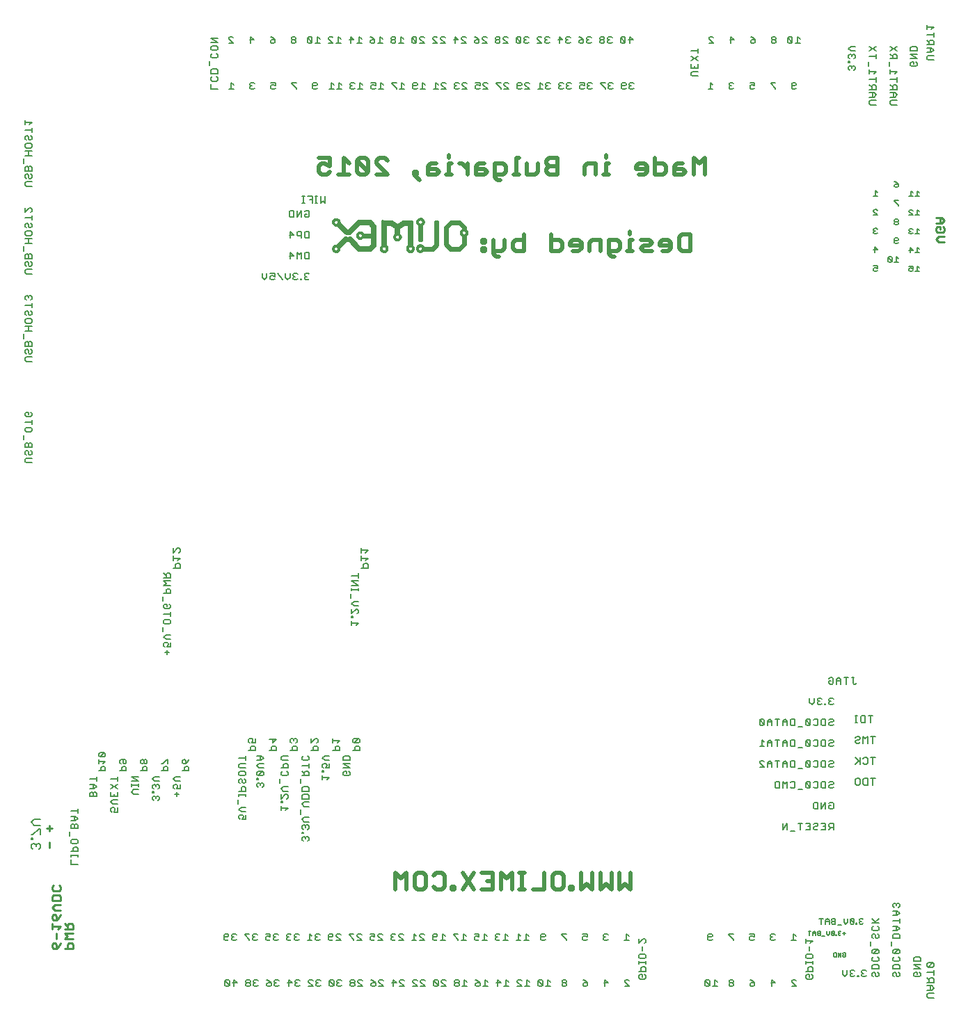
<source format=gbr>
G75*
G70*
%OFA0B0*%
%FSLAX24Y24*%
%IPPOS*%
%LPD*%
%AMOC8*
5,1,8,0,0,1.08239X$1,22.5*
%
%ADD10C,0.0100*%
%ADD11C,0.0080*%
%ADD12C,0.0200*%
%ADD13C,0.0060*%
%ADD14C,0.0050*%
%ADD15C,0.0240*%
%ADD16C,0.0120*%
%ADD17C,0.0220*%
%ADD18C,0.0260*%
%ADD19C,0.0140*%
%ADD20C,0.0070*%
D10*
X014320Y007303D02*
X014387Y007237D01*
X014520Y007237D01*
X014520Y007437D01*
X014454Y007504D01*
X014387Y007504D01*
X014320Y007437D01*
X014320Y007303D01*
X014520Y007237D02*
X014654Y007370D01*
X014720Y007504D01*
X014520Y007697D02*
X014520Y007964D01*
X014587Y008157D02*
X014720Y008291D01*
X014320Y008291D01*
X014320Y008424D02*
X014320Y008157D01*
X014387Y008618D02*
X014320Y008684D01*
X014320Y008818D01*
X014387Y008885D01*
X014454Y008885D01*
X014520Y008818D01*
X014520Y008618D01*
X014387Y008618D01*
X014520Y008618D02*
X014654Y008751D01*
X014720Y008885D01*
X014720Y009078D02*
X014454Y009078D01*
X014320Y009211D01*
X014454Y009345D01*
X014720Y009345D01*
X014720Y009538D02*
X014720Y009739D01*
X014654Y009805D01*
X014387Y009805D01*
X014320Y009739D01*
X014320Y009538D01*
X014720Y009538D01*
X014654Y009999D02*
X014387Y009999D01*
X014320Y010065D01*
X014320Y010199D01*
X014387Y010266D01*
X014654Y010266D02*
X014720Y010199D01*
X014720Y010065D01*
X014654Y009999D01*
X014920Y008424D02*
X015054Y008291D01*
X015054Y008357D02*
X015054Y008157D01*
X014920Y008157D02*
X015320Y008157D01*
X015320Y008357D01*
X015254Y008424D01*
X015120Y008424D01*
X015054Y008357D01*
X014920Y007964D02*
X015320Y007964D01*
X015320Y007697D02*
X014920Y007697D01*
X015054Y007830D01*
X014920Y007964D01*
X015120Y007504D02*
X015054Y007437D01*
X015054Y007237D01*
X014920Y007237D02*
X015320Y007237D01*
X015320Y007437D01*
X015254Y007504D01*
X015120Y007504D01*
X014170Y012076D02*
X014170Y012343D01*
X014170Y012876D02*
X014170Y013143D01*
X014304Y013010D02*
X014037Y013010D01*
X031890Y041177D02*
X031890Y041207D01*
X031890Y041177D02*
X032010Y041177D01*
X032010Y041207D01*
X032640Y042067D02*
X032640Y042097D01*
X032780Y042097D01*
X032780Y042067D01*
X056630Y042017D02*
X056897Y042017D01*
X057030Y042151D01*
X056897Y042284D01*
X056630Y042284D01*
X056830Y042284D02*
X056830Y042017D01*
X056830Y041824D02*
X056697Y041824D01*
X056630Y041757D01*
X056630Y041624D01*
X056697Y041557D01*
X056964Y041557D01*
X057030Y041624D01*
X057030Y041757D01*
X056964Y041824D01*
X056830Y041824D02*
X056830Y041690D01*
X056764Y041364D02*
X057030Y041364D01*
X056764Y041364D02*
X056630Y041230D01*
X056764Y041097D01*
X057030Y041097D01*
D11*
X054780Y047680D02*
X054514Y047680D01*
X054460Y047733D01*
X054460Y047840D01*
X054514Y047894D01*
X054780Y047894D01*
X054674Y048048D02*
X054780Y048155D01*
X054674Y048262D01*
X054460Y048262D01*
X054460Y048417D02*
X054780Y048417D01*
X054780Y048577D01*
X054727Y048630D01*
X054620Y048630D01*
X054567Y048577D01*
X054567Y048417D01*
X054567Y048523D02*
X054460Y048630D01*
X054460Y048892D02*
X054780Y048892D01*
X054780Y048785D02*
X054780Y048999D01*
X054674Y049153D02*
X054780Y049260D01*
X054460Y049260D01*
X054460Y049153D02*
X054460Y049367D01*
X054407Y049522D02*
X054407Y049735D01*
X054460Y049890D02*
X054780Y049890D01*
X054780Y050050D01*
X054727Y050103D01*
X054620Y050103D01*
X054567Y050050D01*
X054567Y049890D01*
X054567Y049997D02*
X054460Y050103D01*
X054460Y050258D02*
X054780Y050472D01*
X054780Y050258D02*
X054460Y050472D01*
X053780Y050472D02*
X053460Y050258D01*
X053460Y050472D02*
X053780Y050258D01*
X053780Y050103D02*
X053780Y049890D01*
X053780Y049997D02*
X053460Y049997D01*
X053407Y049735D02*
X053407Y049522D01*
X053460Y049367D02*
X053460Y049153D01*
X053460Y049260D02*
X053780Y049260D01*
X053674Y049153D01*
X053780Y048999D02*
X053780Y048785D01*
X053780Y048892D02*
X053460Y048892D01*
X053460Y048630D02*
X053567Y048523D01*
X053567Y048577D02*
X053567Y048417D01*
X053460Y048417D02*
X053780Y048417D01*
X053780Y048577D01*
X053727Y048630D01*
X053620Y048630D01*
X053567Y048577D01*
X053620Y048262D02*
X053620Y048048D01*
X053674Y048048D02*
X053780Y048155D01*
X053674Y048262D01*
X053460Y048262D01*
X053460Y048048D02*
X053674Y048048D01*
X053780Y047894D02*
X053514Y047894D01*
X053460Y047840D01*
X053460Y047733D01*
X053514Y047680D01*
X053780Y047680D01*
X054460Y048048D02*
X054674Y048048D01*
X054620Y048048D02*
X054620Y048262D01*
X055464Y049522D02*
X055410Y049575D01*
X055410Y049682D01*
X055464Y049735D01*
X055570Y049735D01*
X055570Y049628D01*
X055464Y049522D02*
X055677Y049522D01*
X055730Y049575D01*
X055730Y049682D01*
X055677Y049735D01*
X055730Y049890D02*
X055410Y050104D01*
X055730Y050104D01*
X055730Y050258D02*
X055730Y050418D01*
X055677Y050472D01*
X055464Y050472D01*
X055410Y050418D01*
X055410Y050258D01*
X055730Y050258D01*
X055730Y049890D02*
X055410Y049890D01*
X056210Y049880D02*
X056210Y049987D01*
X056264Y050040D01*
X056530Y050040D01*
X056424Y050195D02*
X056530Y050302D01*
X056424Y050408D01*
X056210Y050408D01*
X056210Y050563D02*
X056530Y050563D01*
X056530Y050723D01*
X056477Y050777D01*
X056370Y050777D01*
X056317Y050723D01*
X056317Y050563D01*
X056317Y050670D02*
X056210Y050777D01*
X056210Y051038D02*
X056530Y051038D01*
X056530Y050932D02*
X056530Y051145D01*
X056424Y051300D02*
X056530Y051407D01*
X056210Y051407D01*
X056210Y051513D02*
X056210Y051300D01*
X056370Y050408D02*
X056370Y050195D01*
X056424Y050195D02*
X056210Y050195D01*
X056210Y049880D02*
X056264Y049827D01*
X056530Y049827D01*
X052780Y049943D02*
X052780Y050050D01*
X052727Y050103D01*
X052674Y050103D01*
X052620Y050050D01*
X052567Y050103D01*
X052514Y050103D01*
X052460Y050050D01*
X052460Y049943D01*
X052514Y049890D01*
X052514Y049759D02*
X052460Y049759D01*
X052460Y049706D01*
X052514Y049706D01*
X052514Y049759D01*
X052514Y049551D02*
X052460Y049498D01*
X052460Y049391D01*
X052514Y049338D01*
X052620Y049444D02*
X052620Y049498D01*
X052567Y049551D01*
X052514Y049551D01*
X052620Y049498D02*
X052674Y049551D01*
X052727Y049551D01*
X052780Y049498D01*
X052780Y049391D01*
X052727Y049338D01*
X052727Y049890D02*
X052780Y049943D01*
X052620Y049997D02*
X052620Y050050D01*
X052567Y050258D02*
X052460Y050365D01*
X052567Y050472D01*
X052780Y050472D01*
X052780Y050258D02*
X052567Y050258D01*
X050130Y050627D02*
X049917Y050627D01*
X050023Y050627D02*
X050023Y050947D01*
X050130Y050840D01*
X049762Y050894D02*
X049762Y050680D01*
X049548Y050894D01*
X049548Y050680D01*
X049602Y050627D01*
X049709Y050627D01*
X049762Y050680D01*
X049762Y050894D02*
X049709Y050947D01*
X049602Y050947D01*
X049548Y050894D01*
X048980Y050894D02*
X048980Y050840D01*
X048927Y050787D01*
X048820Y050787D01*
X048767Y050733D01*
X048767Y050680D01*
X048820Y050627D01*
X048927Y050627D01*
X048980Y050680D01*
X048980Y050733D01*
X048927Y050787D01*
X048820Y050787D02*
X048767Y050840D01*
X048767Y050894D01*
X048820Y050947D01*
X048927Y050947D01*
X048980Y050894D01*
X047980Y050787D02*
X047820Y050787D01*
X047767Y050733D01*
X047767Y050680D01*
X047820Y050627D01*
X047927Y050627D01*
X047980Y050680D01*
X047980Y050787D01*
X047873Y050894D01*
X047767Y050947D01*
X046980Y050787D02*
X046767Y050787D01*
X046820Y050947D02*
X046980Y050787D01*
X046820Y050627D02*
X046820Y050947D01*
X045980Y050894D02*
X045927Y050947D01*
X045820Y050947D01*
X045767Y050894D01*
X045767Y050840D01*
X045980Y050627D01*
X045767Y050627D01*
X045230Y050372D02*
X045230Y050158D01*
X045230Y050265D02*
X044910Y050265D01*
X044910Y050004D02*
X045230Y049790D01*
X045230Y049635D02*
X045230Y049422D01*
X044910Y049422D01*
X044910Y049635D01*
X044910Y049790D02*
X045230Y050004D01*
X045070Y049528D02*
X045070Y049422D01*
X044964Y049267D02*
X045230Y049267D01*
X045230Y049053D02*
X044964Y049053D01*
X044910Y049107D01*
X044910Y049214D01*
X044964Y049267D01*
X045842Y048747D02*
X045842Y048427D01*
X045948Y048427D02*
X045735Y048427D01*
X045948Y048640D02*
X045842Y048747D01*
X046735Y048694D02*
X046735Y048640D01*
X046788Y048587D01*
X046735Y048533D01*
X046735Y048480D01*
X046788Y048427D01*
X046895Y048427D01*
X046948Y048480D01*
X046842Y048587D02*
X046788Y048587D01*
X046735Y048694D02*
X046788Y048747D01*
X046895Y048747D01*
X046948Y048694D01*
X047735Y048747D02*
X047948Y048747D01*
X047948Y048587D01*
X047842Y048640D01*
X047788Y048640D01*
X047735Y048587D01*
X047735Y048480D01*
X047788Y048427D01*
X047895Y048427D01*
X047948Y048480D01*
X048735Y048694D02*
X048948Y048480D01*
X048948Y048427D01*
X048948Y048747D02*
X048735Y048747D01*
X048735Y048694D01*
X049735Y048694D02*
X049735Y048480D01*
X049788Y048427D01*
X049895Y048427D01*
X049948Y048480D01*
X049895Y048587D02*
X049735Y048587D01*
X049735Y048694D02*
X049788Y048747D01*
X049895Y048747D01*
X049948Y048694D01*
X049948Y048640D01*
X049895Y048587D01*
X042167Y048480D02*
X042113Y048427D01*
X042007Y048427D01*
X041953Y048480D01*
X041953Y048533D01*
X042007Y048587D01*
X042060Y048587D01*
X042007Y048587D02*
X041953Y048640D01*
X041953Y048694D01*
X042007Y048747D01*
X042113Y048747D01*
X042167Y048694D01*
X041798Y048694D02*
X041798Y048640D01*
X041745Y048587D01*
X041585Y048587D01*
X041585Y048694D02*
X041638Y048747D01*
X041745Y048747D01*
X041798Y048694D01*
X041585Y048694D02*
X041585Y048480D01*
X041638Y048427D01*
X041745Y048427D01*
X041798Y048480D01*
X041167Y048480D02*
X041113Y048427D01*
X041007Y048427D01*
X040953Y048480D01*
X040953Y048533D01*
X041007Y048587D01*
X041060Y048587D01*
X041007Y048587D02*
X040953Y048640D01*
X040953Y048694D01*
X041007Y048747D01*
X041113Y048747D01*
X041167Y048694D01*
X040798Y048747D02*
X040585Y048747D01*
X040585Y048694D01*
X040798Y048480D01*
X040798Y048427D01*
X040167Y048480D02*
X040113Y048427D01*
X040007Y048427D01*
X039953Y048480D01*
X039953Y048533D01*
X040007Y048587D01*
X040060Y048587D01*
X040007Y048587D02*
X039953Y048640D01*
X039953Y048694D01*
X040007Y048747D01*
X040113Y048747D01*
X040167Y048694D01*
X039798Y048747D02*
X039798Y048587D01*
X039692Y048640D01*
X039638Y048640D01*
X039585Y048587D01*
X039585Y048480D01*
X039638Y048427D01*
X039745Y048427D01*
X039798Y048480D01*
X039798Y048747D02*
X039585Y048747D01*
X039167Y048694D02*
X039113Y048747D01*
X039007Y048747D01*
X038953Y048694D01*
X038953Y048640D01*
X039007Y048587D01*
X038953Y048533D01*
X038953Y048480D01*
X039007Y048427D01*
X039113Y048427D01*
X039167Y048480D01*
X039060Y048587D02*
X039007Y048587D01*
X038798Y048694D02*
X038745Y048747D01*
X038638Y048747D01*
X038585Y048694D01*
X038585Y048640D01*
X038638Y048587D01*
X038585Y048533D01*
X038585Y048480D01*
X038638Y048427D01*
X038745Y048427D01*
X038798Y048480D01*
X038692Y048587D02*
X038638Y048587D01*
X038167Y048694D02*
X038113Y048747D01*
X038007Y048747D01*
X037953Y048694D01*
X037953Y048640D01*
X038007Y048587D01*
X037953Y048533D01*
X037953Y048480D01*
X038007Y048427D01*
X038113Y048427D01*
X038167Y048480D01*
X038060Y048587D02*
X038007Y048587D01*
X037798Y048640D02*
X037692Y048747D01*
X037692Y048427D01*
X037798Y048427D02*
X037585Y048427D01*
X037167Y048427D02*
X036953Y048640D01*
X036953Y048694D01*
X037007Y048747D01*
X037113Y048747D01*
X037167Y048694D01*
X037167Y048427D02*
X036953Y048427D01*
X036798Y048480D02*
X036745Y048427D01*
X036638Y048427D01*
X036585Y048480D01*
X036585Y048694D01*
X036638Y048747D01*
X036745Y048747D01*
X036798Y048694D01*
X036798Y048640D01*
X036745Y048587D01*
X036585Y048587D01*
X036167Y048694D02*
X036113Y048747D01*
X036007Y048747D01*
X035953Y048694D01*
X035953Y048640D01*
X036167Y048427D01*
X035953Y048427D01*
X035798Y048427D02*
X035798Y048480D01*
X035585Y048694D01*
X035585Y048747D01*
X035798Y048747D01*
X035167Y048694D02*
X035113Y048747D01*
X035007Y048747D01*
X034953Y048694D01*
X034953Y048640D01*
X035167Y048427D01*
X034953Y048427D01*
X034798Y048480D02*
X034745Y048427D01*
X034638Y048427D01*
X034585Y048480D01*
X034585Y048587D01*
X034638Y048640D01*
X034692Y048640D01*
X034798Y048587D01*
X034798Y048747D01*
X034585Y048747D01*
X034167Y048694D02*
X034113Y048747D01*
X034007Y048747D01*
X033953Y048694D01*
X033953Y048640D01*
X034167Y048427D01*
X033953Y048427D01*
X033798Y048480D02*
X033745Y048427D01*
X033638Y048427D01*
X033585Y048480D01*
X033585Y048533D01*
X033638Y048587D01*
X033692Y048587D01*
X033638Y048587D02*
X033585Y048640D01*
X033585Y048694D01*
X033638Y048747D01*
X033745Y048747D01*
X033798Y048694D01*
X033167Y048694D02*
X033113Y048747D01*
X033007Y048747D01*
X032953Y048694D01*
X032953Y048640D01*
X033167Y048427D01*
X032953Y048427D01*
X032798Y048427D02*
X032585Y048427D01*
X032692Y048427D02*
X032692Y048747D01*
X032798Y048640D01*
X032167Y048640D02*
X032060Y048747D01*
X032060Y048427D01*
X032167Y048427D02*
X031953Y048427D01*
X031798Y048480D02*
X031745Y048427D01*
X031638Y048427D01*
X031585Y048480D01*
X031585Y048694D01*
X031638Y048747D01*
X031745Y048747D01*
X031798Y048694D01*
X031798Y048640D01*
X031745Y048587D01*
X031585Y048587D01*
X031167Y048640D02*
X031060Y048747D01*
X031060Y048427D01*
X031167Y048427D02*
X030953Y048427D01*
X030798Y048427D02*
X030798Y048480D01*
X030585Y048694D01*
X030585Y048747D01*
X030798Y048747D01*
X030167Y048640D02*
X030060Y048747D01*
X030060Y048427D01*
X030167Y048427D02*
X029953Y048427D01*
X029798Y048480D02*
X029745Y048427D01*
X029638Y048427D01*
X029585Y048480D01*
X029585Y048587D01*
X029638Y048640D01*
X029692Y048640D01*
X029798Y048587D01*
X029798Y048747D01*
X029585Y048747D01*
X029167Y048640D02*
X029060Y048747D01*
X029060Y048427D01*
X029167Y048427D02*
X028953Y048427D01*
X028798Y048480D02*
X028745Y048427D01*
X028638Y048427D01*
X028585Y048480D01*
X028585Y048533D01*
X028638Y048587D01*
X028692Y048587D01*
X028638Y048587D02*
X028585Y048640D01*
X028585Y048694D01*
X028638Y048747D01*
X028745Y048747D01*
X028798Y048694D01*
X028167Y048640D02*
X028060Y048747D01*
X028060Y048427D01*
X028167Y048427D02*
X027953Y048427D01*
X027798Y048427D02*
X027585Y048427D01*
X027692Y048427D02*
X027692Y048747D01*
X027798Y048640D01*
X026998Y048640D02*
X026945Y048587D01*
X026785Y048587D01*
X026785Y048694D02*
X026838Y048747D01*
X026945Y048747D01*
X026998Y048694D01*
X026998Y048640D01*
X026998Y048480D02*
X026945Y048427D01*
X026838Y048427D01*
X026785Y048480D01*
X026785Y048694D01*
X025998Y048747D02*
X025785Y048747D01*
X025785Y048694D01*
X025998Y048480D01*
X025998Y048427D01*
X024998Y048480D02*
X024945Y048427D01*
X024838Y048427D01*
X024785Y048480D01*
X024785Y048587D01*
X024838Y048640D01*
X024892Y048640D01*
X024998Y048587D01*
X024998Y048747D01*
X024785Y048747D01*
X023998Y048694D02*
X023945Y048747D01*
X023838Y048747D01*
X023785Y048694D01*
X023785Y048640D01*
X023838Y048587D01*
X023785Y048533D01*
X023785Y048480D01*
X023838Y048427D01*
X023945Y048427D01*
X023998Y048480D01*
X023892Y048587D02*
X023838Y048587D01*
X022998Y048640D02*
X022892Y048747D01*
X022892Y048427D01*
X022998Y048427D02*
X022785Y048427D01*
X022230Y048448D02*
X021910Y048448D01*
X021910Y048662D01*
X021964Y048817D02*
X021910Y048870D01*
X021910Y048977D01*
X021964Y049030D01*
X021910Y049185D02*
X021910Y049345D01*
X021964Y049399D01*
X022177Y049399D01*
X022230Y049345D01*
X022230Y049185D01*
X021910Y049185D01*
X022177Y049030D02*
X022230Y048977D01*
X022230Y048870D01*
X022177Y048817D01*
X021964Y048817D01*
X021857Y049553D02*
X021857Y049767D01*
X021964Y049922D02*
X021910Y049975D01*
X021910Y050082D01*
X021964Y050135D01*
X021964Y050290D02*
X021910Y050343D01*
X021910Y050450D01*
X021964Y050503D01*
X022177Y050503D01*
X022230Y050450D01*
X022230Y050343D01*
X022177Y050290D01*
X021964Y050290D01*
X022177Y050135D02*
X022230Y050082D01*
X022230Y049975D01*
X022177Y049922D01*
X021964Y049922D01*
X021910Y050658D02*
X022230Y050658D01*
X021910Y050872D01*
X022230Y050872D01*
X022767Y050894D02*
X022820Y050947D01*
X022927Y050947D01*
X022980Y050894D01*
X022767Y050894D02*
X022767Y050840D01*
X022980Y050627D01*
X022767Y050627D01*
X023767Y050787D02*
X023980Y050787D01*
X023820Y050947D01*
X023820Y050627D01*
X024767Y050680D02*
X024767Y050733D01*
X024820Y050787D01*
X024980Y050787D01*
X024980Y050680D01*
X024927Y050627D01*
X024820Y050627D01*
X024767Y050680D01*
X024873Y050894D02*
X024980Y050787D01*
X024873Y050894D02*
X024767Y050947D01*
X025767Y050894D02*
X025767Y050840D01*
X025820Y050787D01*
X025927Y050787D01*
X025980Y050840D01*
X025980Y050894D01*
X025927Y050947D01*
X025820Y050947D01*
X025767Y050894D01*
X025820Y050787D02*
X025767Y050733D01*
X025767Y050680D01*
X025820Y050627D01*
X025927Y050627D01*
X025980Y050680D01*
X025980Y050733D01*
X025927Y050787D01*
X026548Y050894D02*
X026762Y050680D01*
X026709Y050627D01*
X026602Y050627D01*
X026548Y050680D01*
X026548Y050894D01*
X026602Y050947D01*
X026709Y050947D01*
X026762Y050894D01*
X026762Y050680D01*
X026917Y050627D02*
X027130Y050627D01*
X027023Y050627D02*
X027023Y050947D01*
X027130Y050840D01*
X027548Y050840D02*
X027548Y050894D01*
X027602Y050947D01*
X027709Y050947D01*
X027762Y050894D01*
X027548Y050840D02*
X027762Y050627D01*
X027548Y050627D01*
X027917Y050627D02*
X028130Y050627D01*
X028023Y050627D02*
X028023Y050947D01*
X028130Y050840D01*
X028548Y050787D02*
X028762Y050787D01*
X028602Y050947D01*
X028602Y050627D01*
X028917Y050627D02*
X029130Y050627D01*
X029023Y050627D02*
X029023Y050947D01*
X029130Y050840D01*
X029548Y050733D02*
X029602Y050787D01*
X029762Y050787D01*
X029762Y050680D01*
X029709Y050627D01*
X029602Y050627D01*
X029548Y050680D01*
X029548Y050733D01*
X029655Y050894D02*
X029762Y050787D01*
X029655Y050894D02*
X029548Y050947D01*
X030023Y050947D02*
X030023Y050627D01*
X029917Y050627D02*
X030130Y050627D01*
X030130Y050840D02*
X030023Y050947D01*
X030548Y050894D02*
X030548Y050840D01*
X030602Y050787D01*
X030709Y050787D01*
X030762Y050840D01*
X030762Y050894D01*
X030709Y050947D01*
X030602Y050947D01*
X030548Y050894D01*
X030602Y050787D02*
X030548Y050733D01*
X030548Y050680D01*
X030602Y050627D01*
X030709Y050627D01*
X030762Y050680D01*
X030762Y050733D01*
X030709Y050787D01*
X030917Y050627D02*
X031130Y050627D01*
X031023Y050627D02*
X031023Y050947D01*
X031130Y050840D01*
X031548Y050894D02*
X031762Y050680D01*
X031709Y050627D01*
X031602Y050627D01*
X031548Y050680D01*
X031548Y050894D01*
X031602Y050947D01*
X031709Y050947D01*
X031762Y050894D01*
X031762Y050680D01*
X031917Y050627D02*
X032130Y050627D01*
X031917Y050840D01*
X031917Y050894D01*
X031970Y050947D01*
X032077Y050947D01*
X032130Y050894D01*
X032548Y050894D02*
X032602Y050947D01*
X032709Y050947D01*
X032762Y050894D01*
X032917Y050894D02*
X032970Y050947D01*
X033077Y050947D01*
X033130Y050894D01*
X032917Y050894D02*
X032917Y050840D01*
X033130Y050627D01*
X032917Y050627D01*
X032762Y050627D02*
X032548Y050840D01*
X032548Y050894D01*
X032548Y050627D02*
X032762Y050627D01*
X033548Y050787D02*
X033762Y050787D01*
X033602Y050947D01*
X033602Y050627D01*
X033917Y050627D02*
X034130Y050627D01*
X033917Y050840D01*
X033917Y050894D01*
X033970Y050947D01*
X034077Y050947D01*
X034130Y050894D01*
X034548Y050947D02*
X034655Y050894D01*
X034762Y050787D01*
X034602Y050787D01*
X034548Y050733D01*
X034548Y050680D01*
X034602Y050627D01*
X034709Y050627D01*
X034762Y050680D01*
X034762Y050787D01*
X034917Y050840D02*
X035130Y050627D01*
X034917Y050627D01*
X034917Y050840D02*
X034917Y050894D01*
X034970Y050947D01*
X035077Y050947D01*
X035130Y050894D01*
X035548Y050894D02*
X035548Y050840D01*
X035602Y050787D01*
X035709Y050787D01*
X035762Y050840D01*
X035762Y050894D01*
X035709Y050947D01*
X035602Y050947D01*
X035548Y050894D01*
X035602Y050787D02*
X035548Y050733D01*
X035548Y050680D01*
X035602Y050627D01*
X035709Y050627D01*
X035762Y050680D01*
X035762Y050733D01*
X035709Y050787D01*
X035917Y050840D02*
X035917Y050894D01*
X035970Y050947D01*
X036077Y050947D01*
X036130Y050894D01*
X035917Y050840D02*
X036130Y050627D01*
X035917Y050627D01*
X036548Y050680D02*
X036548Y050894D01*
X036762Y050680D01*
X036709Y050627D01*
X036602Y050627D01*
X036548Y050680D01*
X036548Y050894D02*
X036602Y050947D01*
X036709Y050947D01*
X036762Y050894D01*
X036762Y050680D01*
X036917Y050680D02*
X036970Y050627D01*
X037077Y050627D01*
X037130Y050680D01*
X037023Y050787D02*
X036970Y050787D01*
X036917Y050733D01*
X036917Y050680D01*
X036970Y050787D02*
X036917Y050840D01*
X036917Y050894D01*
X036970Y050947D01*
X037077Y050947D01*
X037130Y050894D01*
X037548Y050894D02*
X037602Y050947D01*
X037709Y050947D01*
X037762Y050894D01*
X037917Y050894D02*
X037917Y050840D01*
X037970Y050787D01*
X037917Y050733D01*
X037917Y050680D01*
X037970Y050627D01*
X038077Y050627D01*
X038130Y050680D01*
X038023Y050787D02*
X037970Y050787D01*
X037917Y050894D02*
X037970Y050947D01*
X038077Y050947D01*
X038130Y050894D01*
X038548Y050787D02*
X038762Y050787D01*
X038602Y050947D01*
X038602Y050627D01*
X038917Y050680D02*
X038970Y050627D01*
X039077Y050627D01*
X039130Y050680D01*
X039023Y050787D02*
X038970Y050787D01*
X038917Y050733D01*
X038917Y050680D01*
X038970Y050787D02*
X038917Y050840D01*
X038917Y050894D01*
X038970Y050947D01*
X039077Y050947D01*
X039130Y050894D01*
X039548Y050947D02*
X039655Y050894D01*
X039762Y050787D01*
X039602Y050787D01*
X039548Y050733D01*
X039548Y050680D01*
X039602Y050627D01*
X039709Y050627D01*
X039762Y050680D01*
X039762Y050787D01*
X039917Y050840D02*
X039970Y050787D01*
X039917Y050733D01*
X039917Y050680D01*
X039970Y050627D01*
X040077Y050627D01*
X040130Y050680D01*
X040023Y050787D02*
X039970Y050787D01*
X039917Y050840D02*
X039917Y050894D01*
X039970Y050947D01*
X040077Y050947D01*
X040130Y050894D01*
X040548Y050894D02*
X040548Y050840D01*
X040602Y050787D01*
X040709Y050787D01*
X040762Y050840D01*
X040762Y050894D01*
X040709Y050947D01*
X040602Y050947D01*
X040548Y050894D01*
X040602Y050787D02*
X040548Y050733D01*
X040548Y050680D01*
X040602Y050627D01*
X040709Y050627D01*
X040762Y050680D01*
X040762Y050733D01*
X040709Y050787D01*
X040917Y050840D02*
X040970Y050787D01*
X040917Y050733D01*
X040917Y050680D01*
X040970Y050627D01*
X041077Y050627D01*
X041130Y050680D01*
X041023Y050787D02*
X040970Y050787D01*
X040917Y050840D02*
X040917Y050894D01*
X040970Y050947D01*
X041077Y050947D01*
X041130Y050894D01*
X041548Y050894D02*
X041762Y050680D01*
X041709Y050627D01*
X041602Y050627D01*
X041548Y050680D01*
X041548Y050894D01*
X041602Y050947D01*
X041709Y050947D01*
X041762Y050894D01*
X041762Y050680D01*
X041917Y050787D02*
X042130Y050787D01*
X041970Y050947D01*
X041970Y050627D01*
X037762Y050627D02*
X037548Y050840D01*
X037548Y050894D01*
X037548Y050627D02*
X037762Y050627D01*
X027380Y043287D02*
X027380Y042967D01*
X027273Y043073D01*
X027167Y042967D01*
X027167Y043287D01*
X027012Y043287D02*
X026905Y043287D01*
X026959Y043287D02*
X026959Y042967D01*
X027012Y042967D02*
X026905Y042967D01*
X026766Y042967D02*
X026766Y043287D01*
X026553Y043287D01*
X026398Y043287D02*
X026291Y043287D01*
X026345Y043287D02*
X026345Y042967D01*
X026398Y042967D02*
X026291Y042967D01*
X026252Y042607D02*
X026038Y042287D01*
X026038Y042607D01*
X025884Y042607D02*
X025723Y042607D01*
X025670Y042554D01*
X025670Y042340D01*
X025723Y042287D01*
X025884Y042287D01*
X025884Y042607D01*
X026252Y042607D02*
X026252Y042287D01*
X026407Y042340D02*
X026407Y042447D01*
X026513Y042447D01*
X026407Y042554D02*
X026460Y042607D01*
X026567Y042607D01*
X026620Y042554D01*
X026620Y042340D01*
X026567Y042287D01*
X026460Y042287D01*
X026407Y042340D01*
X026460Y041607D02*
X026620Y041607D01*
X026620Y041287D01*
X026460Y041287D01*
X026407Y041340D01*
X026407Y041554D01*
X026460Y041607D01*
X026252Y041607D02*
X026252Y041287D01*
X026252Y041393D02*
X026092Y041393D01*
X026038Y041447D01*
X026038Y041554D01*
X026092Y041607D01*
X026252Y041607D01*
X025884Y041447D02*
X025670Y041447D01*
X025723Y041287D02*
X025723Y041607D01*
X025884Y041447D01*
X026038Y040607D02*
X026038Y040287D01*
X026252Y040287D02*
X026252Y040607D01*
X026145Y040500D01*
X026038Y040607D01*
X025884Y040447D02*
X025670Y040447D01*
X025723Y040607D02*
X025884Y040447D01*
X025723Y040287D02*
X025723Y040607D01*
X026407Y040554D02*
X026460Y040607D01*
X026620Y040607D01*
X026620Y040287D01*
X026460Y040287D01*
X026407Y040340D01*
X026407Y040554D01*
X026460Y039607D02*
X026407Y039554D01*
X026407Y039500D01*
X026460Y039447D01*
X026407Y039393D01*
X026407Y039340D01*
X026460Y039287D01*
X026567Y039287D01*
X026620Y039340D01*
X026513Y039447D02*
X026460Y039447D01*
X026460Y039607D02*
X026567Y039607D01*
X026620Y039554D01*
X026252Y039340D02*
X026199Y039340D01*
X026199Y039287D01*
X026252Y039287D01*
X026252Y039340D01*
X026068Y039340D02*
X026014Y039287D01*
X025908Y039287D01*
X025854Y039340D01*
X025854Y039393D01*
X025908Y039447D01*
X025961Y039447D01*
X025908Y039447D02*
X025854Y039500D01*
X025854Y039554D01*
X025908Y039607D01*
X026014Y039607D01*
X026068Y039554D01*
X025699Y039607D02*
X025699Y039393D01*
X025593Y039287D01*
X025486Y039393D01*
X025486Y039607D01*
X025331Y039287D02*
X025118Y039607D01*
X024963Y039607D02*
X024963Y039447D01*
X024856Y039500D01*
X024803Y039500D01*
X024749Y039447D01*
X024749Y039340D01*
X024803Y039287D01*
X024909Y039287D01*
X024963Y039340D01*
X024963Y039607D02*
X024749Y039607D01*
X024594Y039607D02*
X024594Y039393D01*
X024488Y039287D01*
X024381Y039393D01*
X024381Y039607D01*
X026660Y043127D02*
X026766Y043127D01*
X013330Y042683D02*
X013330Y042576D01*
X013277Y042523D01*
X013330Y042368D02*
X013330Y042155D01*
X013330Y042261D02*
X013010Y042261D01*
X013010Y042523D02*
X013224Y042737D01*
X013277Y042737D01*
X013330Y042683D01*
X013010Y042737D02*
X013010Y042523D01*
X013064Y042000D02*
X013010Y041947D01*
X013010Y041840D01*
X013064Y041786D01*
X013170Y041840D02*
X013170Y041947D01*
X013117Y042000D01*
X013064Y042000D01*
X013170Y041840D02*
X013224Y041786D01*
X013277Y041786D01*
X013330Y041840D01*
X013330Y041947D01*
X013277Y042000D01*
X013277Y041632D02*
X013330Y041578D01*
X013330Y041471D01*
X013277Y041418D01*
X013064Y041418D01*
X013010Y041471D01*
X013010Y041578D01*
X013064Y041632D01*
X013277Y041632D01*
X013330Y041263D02*
X013010Y041263D01*
X013170Y041263D02*
X013170Y041050D01*
X013010Y041050D02*
X013330Y041050D01*
X012957Y040895D02*
X012957Y040682D01*
X013064Y040527D02*
X013010Y040473D01*
X013010Y040313D01*
X013330Y040313D01*
X013330Y040473D01*
X013277Y040527D01*
X013224Y040527D01*
X013170Y040473D01*
X013170Y040313D01*
X013170Y040473D02*
X013117Y040527D01*
X013064Y040527D01*
X013064Y040158D02*
X013010Y040105D01*
X013010Y039998D01*
X013064Y039945D01*
X013170Y039998D02*
X013170Y040105D01*
X013117Y040158D01*
X013064Y040158D01*
X013170Y039998D02*
X013224Y039945D01*
X013277Y039945D01*
X013330Y039998D01*
X013330Y040105D01*
X013277Y040158D01*
X013330Y039790D02*
X013064Y039790D01*
X013010Y039737D01*
X013010Y039630D01*
X013064Y039577D01*
X013330Y039577D01*
X013277Y038537D02*
X013224Y038537D01*
X013170Y038483D01*
X013117Y038537D01*
X013064Y038537D01*
X013010Y038483D01*
X013010Y038376D01*
X013064Y038323D01*
X013170Y038430D02*
X013170Y038483D01*
X013277Y038537D02*
X013330Y038483D01*
X013330Y038376D01*
X013277Y038323D01*
X013330Y038168D02*
X013330Y037955D01*
X013330Y038061D02*
X013010Y038061D01*
X013064Y037800D02*
X013010Y037747D01*
X013010Y037640D01*
X013064Y037586D01*
X013170Y037640D02*
X013170Y037747D01*
X013117Y037800D01*
X013064Y037800D01*
X013170Y037640D02*
X013224Y037586D01*
X013277Y037586D01*
X013330Y037640D01*
X013330Y037747D01*
X013277Y037800D01*
X013277Y037432D02*
X013330Y037378D01*
X013330Y037271D01*
X013277Y037218D01*
X013064Y037218D01*
X013010Y037271D01*
X013010Y037378D01*
X013064Y037432D01*
X013277Y037432D01*
X013330Y037063D02*
X013010Y037063D01*
X013170Y037063D02*
X013170Y036850D01*
X013010Y036850D02*
X013330Y036850D01*
X012957Y036695D02*
X012957Y036482D01*
X013064Y036327D02*
X013010Y036273D01*
X013010Y036113D01*
X013330Y036113D01*
X013330Y036273D01*
X013277Y036327D01*
X013224Y036327D01*
X013170Y036273D01*
X013170Y036113D01*
X013170Y036273D02*
X013117Y036327D01*
X013064Y036327D01*
X013064Y035958D02*
X013010Y035905D01*
X013010Y035798D01*
X013064Y035745D01*
X013170Y035798D02*
X013170Y035905D01*
X013117Y035958D01*
X013064Y035958D01*
X013170Y035798D02*
X013224Y035745D01*
X013277Y035745D01*
X013330Y035798D01*
X013330Y035905D01*
X013277Y035958D01*
X013330Y035590D02*
X013064Y035590D01*
X013010Y035537D01*
X013010Y035430D01*
X013064Y035377D01*
X013330Y035377D01*
X013277Y032950D02*
X013330Y032897D01*
X013330Y032790D01*
X013277Y032736D01*
X013064Y032736D01*
X013010Y032790D01*
X013010Y032897D01*
X013064Y032950D01*
X013170Y032950D01*
X013170Y032843D01*
X013330Y032582D02*
X013330Y032368D01*
X013330Y032475D02*
X013010Y032475D01*
X013064Y032213D02*
X013277Y032213D01*
X013330Y032160D01*
X013330Y032053D01*
X013277Y032000D01*
X013064Y032000D01*
X013010Y032053D01*
X013010Y032160D01*
X013064Y032213D01*
X012957Y031845D02*
X012957Y031632D01*
X013064Y031477D02*
X013010Y031423D01*
X013010Y031263D01*
X013330Y031263D01*
X013330Y031423D01*
X013277Y031477D01*
X013224Y031477D01*
X013170Y031423D01*
X013170Y031263D01*
X013170Y031423D02*
X013117Y031477D01*
X013064Y031477D01*
X013064Y031108D02*
X013010Y031055D01*
X013010Y030948D01*
X013064Y030895D01*
X013170Y030948D02*
X013170Y031055D01*
X013117Y031108D01*
X013064Y031108D01*
X013170Y030948D02*
X013224Y030895D01*
X013277Y030895D01*
X013330Y030948D01*
X013330Y031055D01*
X013277Y031108D01*
X013330Y030740D02*
X013064Y030740D01*
X013010Y030687D01*
X013010Y030580D01*
X013064Y030527D01*
X013330Y030527D01*
X020110Y026427D02*
X020110Y026213D01*
X020324Y026427D01*
X020377Y026427D01*
X020430Y026373D01*
X020430Y026267D01*
X020377Y026213D01*
X020430Y025952D02*
X020110Y025952D01*
X020110Y026058D02*
X020110Y025845D01*
X020324Y025845D02*
X020430Y025952D01*
X020377Y025690D02*
X020270Y025690D01*
X020217Y025637D01*
X020217Y025477D01*
X020110Y025477D02*
X020430Y025477D01*
X020430Y025637D01*
X020377Y025690D01*
X019927Y025222D02*
X019820Y025222D01*
X019767Y025168D01*
X019767Y025008D01*
X019660Y025008D02*
X019980Y025008D01*
X019980Y025168D01*
X019927Y025222D01*
X019767Y025115D02*
X019660Y025222D01*
X019660Y024853D02*
X019980Y024853D01*
X019980Y024640D02*
X019660Y024640D01*
X019767Y024747D01*
X019660Y024853D01*
X019820Y024485D02*
X019767Y024432D01*
X019767Y024272D01*
X019660Y024272D02*
X019980Y024272D01*
X019980Y024432D01*
X019927Y024485D01*
X019820Y024485D01*
X019607Y024117D02*
X019607Y023903D01*
X019714Y023749D02*
X019820Y023749D01*
X019820Y023642D01*
X019714Y023749D02*
X019660Y023695D01*
X019660Y023588D01*
X019714Y023535D01*
X019927Y023535D01*
X019980Y023588D01*
X019980Y023695D01*
X019927Y023749D01*
X019980Y023380D02*
X019980Y023167D01*
X019980Y023273D02*
X019660Y023273D01*
X019714Y023012D02*
X019927Y023012D01*
X019980Y022959D01*
X019980Y022852D01*
X019927Y022798D01*
X019714Y022798D01*
X019660Y022852D01*
X019660Y022959D01*
X019714Y023012D01*
X019607Y022644D02*
X019607Y022430D01*
X019767Y022275D02*
X019980Y022275D01*
X019767Y022275D02*
X019660Y022169D01*
X019767Y022062D01*
X019980Y022062D01*
X019980Y021907D02*
X019980Y021693D01*
X019820Y021693D01*
X019874Y021800D01*
X019874Y021854D01*
X019820Y021907D01*
X019714Y021907D01*
X019660Y021854D01*
X019660Y021747D01*
X019714Y021693D01*
X019820Y021539D02*
X019820Y021325D01*
X019714Y021432D02*
X019927Y021432D01*
X023764Y017308D02*
X023710Y017255D01*
X023710Y017148D01*
X023764Y017095D01*
X023870Y017095D02*
X023924Y017202D01*
X023924Y017255D01*
X023870Y017308D01*
X023764Y017308D01*
X023870Y017095D02*
X024030Y017095D01*
X024030Y017308D01*
X023977Y016940D02*
X023870Y016940D01*
X023817Y016887D01*
X023817Y016727D01*
X023710Y016727D02*
X024030Y016727D01*
X024030Y016887D01*
X023977Y016940D01*
X024110Y016472D02*
X024324Y016472D01*
X024430Y016365D01*
X024324Y016258D01*
X024110Y016258D01*
X024270Y016258D02*
X024270Y016472D01*
X024217Y016103D02*
X024430Y016103D01*
X024430Y015890D02*
X024217Y015890D01*
X024110Y015997D01*
X024217Y016103D01*
X024164Y015735D02*
X024110Y015682D01*
X024110Y015575D01*
X024164Y015522D01*
X024377Y015735D01*
X024164Y015735D01*
X024377Y015735D02*
X024430Y015682D01*
X024430Y015575D01*
X024377Y015522D01*
X024164Y015522D01*
X024164Y015391D02*
X024110Y015391D01*
X024110Y015338D01*
X024164Y015338D01*
X024164Y015391D01*
X024164Y015183D02*
X024110Y015129D01*
X024110Y015023D01*
X024164Y014969D01*
X024270Y015076D02*
X024270Y015129D01*
X024217Y015183D01*
X024164Y015183D01*
X024270Y015129D02*
X024324Y015183D01*
X024377Y015183D01*
X024430Y015129D01*
X024430Y015023D01*
X024377Y014969D01*
X025227Y015153D02*
X025227Y015367D01*
X025334Y015522D02*
X025280Y015575D01*
X025280Y015682D01*
X025334Y015735D01*
X025387Y015890D02*
X025387Y016050D01*
X025440Y016103D01*
X025547Y016103D01*
X025600Y016050D01*
X025600Y015890D01*
X025280Y015890D01*
X025547Y015735D02*
X025600Y015682D01*
X025600Y015575D01*
X025547Y015522D01*
X025334Y015522D01*
X025387Y014999D02*
X025600Y014999D01*
X025387Y014999D02*
X025280Y014892D01*
X025387Y014785D01*
X025600Y014785D01*
X025547Y014630D02*
X025600Y014577D01*
X025600Y014470D01*
X025547Y014417D01*
X025547Y014630D02*
X025494Y014630D01*
X025280Y014417D01*
X025280Y014630D01*
X025280Y014286D02*
X025280Y014233D01*
X025334Y014233D01*
X025334Y014286D01*
X025280Y014286D01*
X025280Y014078D02*
X025280Y013864D01*
X025280Y013971D02*
X025600Y013971D01*
X025494Y013864D01*
X026227Y013894D02*
X026227Y013680D01*
X026387Y013525D02*
X026280Y013419D01*
X026387Y013312D01*
X026600Y013312D01*
X026547Y013157D02*
X026494Y013157D01*
X026440Y013104D01*
X026387Y013157D01*
X026334Y013157D01*
X026280Y013104D01*
X026280Y012997D01*
X026334Y012943D01*
X026334Y012813D02*
X026280Y012813D01*
X026280Y012759D01*
X026334Y012759D01*
X026334Y012813D01*
X026334Y012605D02*
X026280Y012551D01*
X026280Y012444D01*
X026334Y012391D01*
X026440Y012498D02*
X026440Y012551D01*
X026387Y012605D01*
X026334Y012605D01*
X026440Y012551D02*
X026494Y012605D01*
X026547Y012605D01*
X026600Y012551D01*
X026600Y012444D01*
X026547Y012391D01*
X026547Y012943D02*
X026600Y012997D01*
X026600Y013104D01*
X026547Y013157D01*
X026440Y013104D02*
X026440Y013050D01*
X026387Y013525D02*
X026600Y013525D01*
X026600Y014048D02*
X026387Y014048D01*
X026280Y014155D01*
X026387Y014262D01*
X026600Y014262D01*
X026600Y014417D02*
X026600Y014577D01*
X026547Y014630D01*
X026334Y014630D01*
X026280Y014577D01*
X026280Y014417D01*
X026600Y014417D01*
X026600Y014785D02*
X026280Y014785D01*
X026280Y014945D01*
X026334Y014999D01*
X026547Y014999D01*
X026600Y014945D01*
X026600Y014785D01*
X026227Y015153D02*
X026227Y015367D01*
X026280Y015522D02*
X026600Y015522D01*
X026600Y015682D01*
X026547Y015735D01*
X026440Y015735D01*
X026387Y015682D01*
X026387Y015522D01*
X026387Y015628D02*
X026280Y015735D01*
X026280Y015997D02*
X026600Y015997D01*
X026600Y016103D02*
X026600Y015890D01*
X026547Y016258D02*
X026334Y016258D01*
X026280Y016312D01*
X026280Y016418D01*
X026334Y016472D01*
X026547Y016472D02*
X026600Y016418D01*
X026600Y016312D01*
X026547Y016258D01*
X026710Y016727D02*
X027030Y016727D01*
X027030Y016887D01*
X026977Y016940D01*
X026870Y016940D01*
X026817Y016887D01*
X026817Y016727D01*
X026710Y017095D02*
X026924Y017308D01*
X026977Y017308D01*
X027030Y017255D01*
X027030Y017148D01*
X026977Y017095D01*
X026710Y017095D02*
X026710Y017308D01*
X026030Y017255D02*
X025977Y017308D01*
X025924Y017308D01*
X025870Y017255D01*
X025817Y017308D01*
X025764Y017308D01*
X025710Y017255D01*
X025710Y017148D01*
X025764Y017095D01*
X025870Y017202D02*
X025870Y017255D01*
X026030Y017255D02*
X026030Y017148D01*
X025977Y017095D01*
X025977Y016940D02*
X025870Y016940D01*
X025817Y016887D01*
X025817Y016727D01*
X025710Y016727D02*
X026030Y016727D01*
X026030Y016887D01*
X025977Y016940D01*
X025600Y016472D02*
X025334Y016472D01*
X025280Y016418D01*
X025280Y016312D01*
X025334Y016258D01*
X025600Y016258D01*
X025030Y016727D02*
X025030Y016887D01*
X024977Y016940D01*
X024870Y016940D01*
X024817Y016887D01*
X024817Y016727D01*
X024710Y016727D02*
X025030Y016727D01*
X024870Y017095D02*
X024870Y017308D01*
X024710Y017255D02*
X025030Y017255D01*
X024870Y017095D01*
X023580Y016472D02*
X023580Y016258D01*
X023580Y016365D02*
X023260Y016365D01*
X023314Y016103D02*
X023580Y016103D01*
X023580Y015890D02*
X023314Y015890D01*
X023260Y015943D01*
X023260Y016050D01*
X023314Y016103D01*
X023314Y015735D02*
X023527Y015735D01*
X023580Y015682D01*
X023580Y015575D01*
X023527Y015522D01*
X023314Y015522D01*
X023260Y015575D01*
X023260Y015682D01*
X023314Y015735D01*
X023314Y015367D02*
X023260Y015313D01*
X023260Y015207D01*
X023314Y015153D01*
X023420Y015207D02*
X023420Y015313D01*
X023367Y015367D01*
X023314Y015367D01*
X023420Y015207D02*
X023474Y015153D01*
X023527Y015153D01*
X023580Y015207D01*
X023580Y015313D01*
X023527Y015367D01*
X023527Y014999D02*
X023420Y014999D01*
X023367Y014945D01*
X023367Y014785D01*
X023260Y014785D02*
X023580Y014785D01*
X023580Y014945D01*
X023527Y014999D01*
X023580Y014646D02*
X023580Y014539D01*
X023580Y014593D02*
X023260Y014593D01*
X023260Y014646D02*
X023260Y014539D01*
X023207Y014385D02*
X023207Y014171D01*
X023367Y014016D02*
X023580Y014016D01*
X023367Y014016D02*
X023260Y013910D01*
X023367Y013803D01*
X023580Y013803D01*
X023580Y013648D02*
X023580Y013435D01*
X023420Y013435D01*
X023474Y013541D01*
X023474Y013595D01*
X023420Y013648D01*
X023314Y013648D01*
X023260Y013595D01*
X023260Y013488D01*
X023314Y013435D01*
X020377Y014628D02*
X020164Y014628D01*
X020270Y014522D02*
X020270Y014735D01*
X020270Y014890D02*
X020324Y014997D01*
X020324Y015050D01*
X020270Y015104D01*
X020164Y015104D01*
X020110Y015050D01*
X020110Y014943D01*
X020164Y014890D01*
X020270Y014890D02*
X020430Y014890D01*
X020430Y015104D01*
X020430Y015258D02*
X020217Y015258D01*
X020110Y015365D01*
X020217Y015472D01*
X020430Y015472D01*
X019430Y015472D02*
X019217Y015472D01*
X019110Y015365D01*
X019217Y015258D01*
X019430Y015258D01*
X019377Y015103D02*
X019324Y015103D01*
X019270Y015050D01*
X019217Y015103D01*
X019164Y015103D01*
X019110Y015050D01*
X019110Y014943D01*
X019164Y014890D01*
X019164Y014759D02*
X019110Y014759D01*
X019110Y014706D01*
X019164Y014706D01*
X019164Y014759D01*
X019164Y014551D02*
X019110Y014498D01*
X019110Y014391D01*
X019164Y014338D01*
X019270Y014444D02*
X019270Y014498D01*
X019217Y014551D01*
X019164Y014551D01*
X019270Y014498D02*
X019324Y014551D01*
X019377Y014551D01*
X019430Y014498D01*
X019430Y014391D01*
X019377Y014338D01*
X019377Y014890D02*
X019430Y014943D01*
X019430Y015050D01*
X019377Y015103D01*
X019270Y015050D02*
X019270Y014997D01*
X018430Y015013D02*
X018430Y015119D01*
X018430Y015066D02*
X018110Y015066D01*
X018110Y015013D02*
X018110Y015119D01*
X018110Y015258D02*
X018430Y015258D01*
X018110Y015472D01*
X018430Y015472D01*
X018430Y014858D02*
X018217Y014858D01*
X018110Y014751D01*
X018217Y014644D01*
X018430Y014644D01*
X017430Y014735D02*
X017430Y014522D01*
X017110Y014522D01*
X017110Y014735D01*
X017110Y014890D02*
X017430Y015104D01*
X017430Y015258D02*
X017430Y015472D01*
X017430Y015365D02*
X017110Y015365D01*
X017110Y015104D02*
X017430Y014890D01*
X017270Y014628D02*
X017270Y014522D01*
X017217Y014367D02*
X017430Y014367D01*
X017217Y014367D02*
X017110Y014260D01*
X017217Y014153D01*
X017430Y014153D01*
X017430Y013999D02*
X017430Y013785D01*
X017270Y013785D01*
X017324Y013892D01*
X017324Y013945D01*
X017270Y013999D01*
X017164Y013999D01*
X017110Y013945D01*
X017110Y013838D01*
X017164Y013785D01*
X016430Y014522D02*
X016110Y014522D01*
X016110Y014682D01*
X016164Y014735D01*
X016217Y014735D01*
X016270Y014682D01*
X016270Y014522D01*
X016270Y014682D02*
X016324Y014735D01*
X016377Y014735D01*
X016430Y014682D01*
X016430Y014522D01*
X016324Y014890D02*
X016430Y014997D01*
X016324Y015104D01*
X016110Y015104D01*
X016270Y015104D02*
X016270Y014890D01*
X016324Y014890D02*
X016110Y014890D01*
X016110Y015365D02*
X016430Y015365D01*
X016430Y015258D02*
X016430Y015472D01*
X015530Y013945D02*
X015530Y013732D01*
X015530Y013839D02*
X015210Y013839D01*
X015210Y013577D02*
X015424Y013577D01*
X015530Y013470D01*
X015424Y013364D01*
X015210Y013364D01*
X015370Y013364D02*
X015370Y013577D01*
X015317Y013209D02*
X015264Y013209D01*
X015210Y013155D01*
X015210Y012995D01*
X015530Y012995D01*
X015530Y013155D01*
X015477Y013209D01*
X015424Y013209D01*
X015370Y013155D01*
X015370Y012995D01*
X015370Y013155D02*
X015317Y013209D01*
X015157Y012841D02*
X015157Y012627D01*
X015264Y012472D02*
X015477Y012472D01*
X015530Y012419D01*
X015530Y012312D01*
X015477Y012259D01*
X015264Y012259D01*
X015210Y012312D01*
X015210Y012419D01*
X015264Y012472D01*
X015370Y012104D02*
X015317Y012051D01*
X015317Y011890D01*
X015210Y011890D02*
X015530Y011890D01*
X015530Y012051D01*
X015477Y012104D01*
X015370Y012104D01*
X015210Y011752D02*
X015210Y011645D01*
X015210Y011698D02*
X015530Y011698D01*
X015530Y011645D02*
X015530Y011752D01*
X015210Y011490D02*
X015210Y011277D01*
X015530Y011277D01*
X013741Y012065D02*
X013741Y012205D01*
X013670Y012276D01*
X013600Y012276D01*
X013530Y012205D01*
X013460Y012276D01*
X013390Y012276D01*
X013320Y012205D01*
X013320Y012065D01*
X013390Y011995D01*
X013530Y012135D02*
X013530Y012205D01*
X013670Y011995D02*
X013741Y012065D01*
X013390Y012456D02*
X013390Y012526D01*
X013320Y012526D01*
X013320Y012456D01*
X013390Y012456D01*
X013390Y012686D02*
X013320Y012686D01*
X013390Y012686D02*
X013670Y012966D01*
X013741Y012966D01*
X013741Y012686D01*
X013741Y013146D02*
X013460Y013146D01*
X013320Y013286D01*
X013460Y013426D01*
X013741Y013426D01*
X022548Y007894D02*
X022548Y007680D01*
X022602Y007627D01*
X022709Y007627D01*
X022762Y007680D01*
X022709Y007787D02*
X022548Y007787D01*
X022548Y007894D02*
X022602Y007947D01*
X022709Y007947D01*
X022762Y007894D01*
X022762Y007840D01*
X022709Y007787D01*
X022917Y007840D02*
X022970Y007787D01*
X022917Y007733D01*
X022917Y007680D01*
X022970Y007627D01*
X023077Y007627D01*
X023130Y007680D01*
X023023Y007787D02*
X022970Y007787D01*
X022917Y007840D02*
X022917Y007894D01*
X022970Y007947D01*
X023077Y007947D01*
X023130Y007894D01*
X023548Y007894D02*
X023762Y007680D01*
X023762Y007627D01*
X023917Y007680D02*
X023970Y007627D01*
X024077Y007627D01*
X024130Y007680D01*
X024023Y007787D02*
X023970Y007787D01*
X023917Y007733D01*
X023917Y007680D01*
X023970Y007787D02*
X023917Y007840D01*
X023917Y007894D01*
X023970Y007947D01*
X024077Y007947D01*
X024130Y007894D01*
X023762Y007947D02*
X023548Y007947D01*
X023548Y007894D01*
X024548Y007947D02*
X024762Y007947D01*
X024762Y007787D01*
X024655Y007840D01*
X024602Y007840D01*
X024548Y007787D01*
X024548Y007680D01*
X024602Y007627D01*
X024709Y007627D01*
X024762Y007680D01*
X024917Y007680D02*
X024970Y007627D01*
X025077Y007627D01*
X025130Y007680D01*
X025023Y007787D02*
X024970Y007787D01*
X024917Y007733D01*
X024917Y007680D01*
X024970Y007787D02*
X024917Y007840D01*
X024917Y007894D01*
X024970Y007947D01*
X025077Y007947D01*
X025130Y007894D01*
X025548Y007894D02*
X025548Y007840D01*
X025602Y007787D01*
X025548Y007733D01*
X025548Y007680D01*
X025602Y007627D01*
X025709Y007627D01*
X025762Y007680D01*
X025655Y007787D02*
X025602Y007787D01*
X025548Y007894D02*
X025602Y007947D01*
X025709Y007947D01*
X025762Y007894D01*
X025917Y007894D02*
X025917Y007840D01*
X025970Y007787D01*
X025917Y007733D01*
X025917Y007680D01*
X025970Y007627D01*
X026077Y007627D01*
X026130Y007680D01*
X026023Y007787D02*
X025970Y007787D01*
X025917Y007894D02*
X025970Y007947D01*
X026077Y007947D01*
X026130Y007894D01*
X026548Y007627D02*
X026762Y007627D01*
X026655Y007627D02*
X026655Y007947D01*
X026762Y007840D01*
X026917Y007840D02*
X026970Y007787D01*
X026917Y007733D01*
X026917Y007680D01*
X026970Y007627D01*
X027077Y007627D01*
X027130Y007680D01*
X027023Y007787D02*
X026970Y007787D01*
X026917Y007840D02*
X026917Y007894D01*
X026970Y007947D01*
X027077Y007947D01*
X027130Y007894D01*
X027548Y007894D02*
X027602Y007947D01*
X027709Y007947D01*
X027762Y007894D01*
X027762Y007840D01*
X027709Y007787D01*
X027548Y007787D01*
X027548Y007680D02*
X027548Y007894D01*
X027548Y007680D02*
X027602Y007627D01*
X027709Y007627D01*
X027762Y007680D01*
X027917Y007627D02*
X028130Y007627D01*
X027917Y007840D01*
X027917Y007894D01*
X027970Y007947D01*
X028077Y007947D01*
X028130Y007894D01*
X028548Y007894D02*
X028762Y007680D01*
X028762Y007627D01*
X028917Y007627D02*
X029130Y007627D01*
X028917Y007840D01*
X028917Y007894D01*
X028970Y007947D01*
X029077Y007947D01*
X029130Y007894D01*
X028762Y007947D02*
X028548Y007947D01*
X028548Y007894D01*
X029548Y007947D02*
X029762Y007947D01*
X029762Y007787D01*
X029655Y007840D01*
X029602Y007840D01*
X029548Y007787D01*
X029548Y007680D01*
X029602Y007627D01*
X029709Y007627D01*
X029762Y007680D01*
X029917Y007627D02*
X030130Y007627D01*
X029917Y007840D01*
X029917Y007894D01*
X029970Y007947D01*
X030077Y007947D01*
X030130Y007894D01*
X030548Y007894D02*
X030548Y007840D01*
X030602Y007787D01*
X030548Y007733D01*
X030548Y007680D01*
X030602Y007627D01*
X030709Y007627D01*
X030762Y007680D01*
X030655Y007787D02*
X030602Y007787D01*
X030548Y007894D02*
X030602Y007947D01*
X030709Y007947D01*
X030762Y007894D01*
X030917Y007894D02*
X030970Y007947D01*
X031077Y007947D01*
X031130Y007894D01*
X030917Y007894D02*
X030917Y007840D01*
X031130Y007627D01*
X030917Y007627D01*
X031548Y007627D02*
X031762Y007627D01*
X031655Y007627D02*
X031655Y007947D01*
X031762Y007840D01*
X031917Y007840D02*
X031917Y007894D01*
X031970Y007947D01*
X032077Y007947D01*
X032130Y007894D01*
X031917Y007840D02*
X032130Y007627D01*
X031917Y007627D01*
X032548Y007680D02*
X032548Y007894D01*
X032602Y007947D01*
X032709Y007947D01*
X032762Y007894D01*
X032762Y007840D01*
X032709Y007787D01*
X032548Y007787D01*
X032548Y007680D02*
X032602Y007627D01*
X032709Y007627D01*
X032762Y007680D01*
X032917Y007627D02*
X033130Y007627D01*
X033023Y007627D02*
X033023Y007947D01*
X033130Y007840D01*
X033548Y007894D02*
X033762Y007680D01*
X033762Y007627D01*
X033917Y007627D02*
X034130Y007627D01*
X034023Y007627D02*
X034023Y007947D01*
X034130Y007840D01*
X033762Y007947D02*
X033548Y007947D01*
X033548Y007894D01*
X034548Y007947D02*
X034762Y007947D01*
X034762Y007787D01*
X034655Y007840D01*
X034602Y007840D01*
X034548Y007787D01*
X034548Y007680D01*
X034602Y007627D01*
X034709Y007627D01*
X034762Y007680D01*
X034917Y007627D02*
X035130Y007627D01*
X035023Y007627D02*
X035023Y007947D01*
X035130Y007840D01*
X035548Y007840D02*
X035602Y007787D01*
X035548Y007733D01*
X035548Y007680D01*
X035602Y007627D01*
X035709Y007627D01*
X035762Y007680D01*
X035655Y007787D02*
X035602Y007787D01*
X035548Y007840D02*
X035548Y007894D01*
X035602Y007947D01*
X035709Y007947D01*
X035762Y007894D01*
X036023Y007947D02*
X036023Y007627D01*
X035917Y007627D02*
X036130Y007627D01*
X036130Y007840D02*
X036023Y007947D01*
X036548Y007627D02*
X036762Y007627D01*
X036655Y007627D02*
X036655Y007947D01*
X036762Y007840D01*
X036917Y007627D02*
X037130Y007627D01*
X037023Y007627D02*
X037023Y007947D01*
X037130Y007840D01*
X037717Y007787D02*
X037877Y007787D01*
X037930Y007840D01*
X037930Y007894D01*
X037877Y007947D01*
X037770Y007947D01*
X037717Y007894D01*
X037717Y007680D01*
X037770Y007627D01*
X037877Y007627D01*
X037930Y007680D01*
X038717Y007894D02*
X038930Y007680D01*
X038930Y007627D01*
X038930Y007947D02*
X038717Y007947D01*
X038717Y007894D01*
X039717Y007947D02*
X039930Y007947D01*
X039930Y007787D01*
X039823Y007840D01*
X039770Y007840D01*
X039717Y007787D01*
X039717Y007680D01*
X039770Y007627D01*
X039877Y007627D01*
X039930Y007680D01*
X040717Y007680D02*
X040770Y007627D01*
X040877Y007627D01*
X040930Y007680D01*
X040823Y007787D02*
X040770Y007787D01*
X040717Y007733D01*
X040717Y007680D01*
X040770Y007787D02*
X040717Y007840D01*
X040717Y007894D01*
X040770Y007947D01*
X040877Y007947D01*
X040930Y007894D01*
X041717Y007627D02*
X041930Y007627D01*
X041823Y007627D02*
X041823Y007947D01*
X041930Y007840D01*
X042410Y007709D02*
X042410Y007495D01*
X042624Y007709D01*
X042677Y007709D01*
X042730Y007655D01*
X042730Y007549D01*
X042677Y007495D01*
X042570Y007341D02*
X042570Y007127D01*
X042464Y006972D02*
X042677Y006972D01*
X042730Y006919D01*
X042730Y006812D01*
X042677Y006759D01*
X042464Y006759D01*
X042410Y006812D01*
X042410Y006919D01*
X042464Y006972D01*
X042410Y006620D02*
X042410Y006513D01*
X042410Y006567D02*
X042730Y006567D01*
X042730Y006620D02*
X042730Y006513D01*
X042677Y006358D02*
X042570Y006358D01*
X042517Y006305D01*
X042517Y006145D01*
X042410Y006145D02*
X042730Y006145D01*
X042730Y006305D01*
X042677Y006358D01*
X042677Y005990D02*
X042730Y005937D01*
X042730Y005830D01*
X042677Y005777D01*
X042464Y005777D01*
X042410Y005830D01*
X042410Y005937D01*
X042464Y005990D01*
X042570Y005990D01*
X042570Y005883D01*
X041948Y005694D02*
X041895Y005747D01*
X041788Y005747D01*
X041735Y005694D01*
X041735Y005640D01*
X041948Y005427D01*
X041735Y005427D01*
X040948Y005587D02*
X040735Y005587D01*
X040788Y005747D02*
X040948Y005587D01*
X040788Y005427D02*
X040788Y005747D01*
X039948Y005587D02*
X039948Y005480D01*
X039895Y005427D01*
X039788Y005427D01*
X039735Y005480D01*
X039735Y005533D01*
X039788Y005587D01*
X039948Y005587D01*
X039842Y005694D01*
X039735Y005747D01*
X038948Y005694D02*
X038948Y005640D01*
X038895Y005587D01*
X038788Y005587D01*
X038735Y005533D01*
X038735Y005480D01*
X038788Y005427D01*
X038895Y005427D01*
X038948Y005480D01*
X038948Y005533D01*
X038895Y005587D01*
X038788Y005587D02*
X038735Y005640D01*
X038735Y005694D01*
X038788Y005747D01*
X038895Y005747D01*
X038948Y005694D01*
X038167Y005640D02*
X038060Y005747D01*
X038060Y005427D01*
X038167Y005427D02*
X037953Y005427D01*
X037798Y005480D02*
X037585Y005694D01*
X037585Y005480D01*
X037638Y005427D01*
X037745Y005427D01*
X037798Y005480D01*
X037798Y005694D01*
X037745Y005747D01*
X037638Y005747D01*
X037585Y005694D01*
X037167Y005640D02*
X037060Y005747D01*
X037060Y005427D01*
X037167Y005427D02*
X036953Y005427D01*
X036798Y005427D02*
X036585Y005640D01*
X036585Y005694D01*
X036638Y005747D01*
X036745Y005747D01*
X036798Y005694D01*
X036798Y005427D02*
X036585Y005427D01*
X036167Y005427D02*
X035953Y005427D01*
X036060Y005427D02*
X036060Y005747D01*
X036167Y005640D01*
X035798Y005587D02*
X035585Y005587D01*
X035638Y005747D02*
X035798Y005587D01*
X035638Y005427D02*
X035638Y005747D01*
X035167Y005640D02*
X035060Y005747D01*
X035060Y005427D01*
X035167Y005427D02*
X034953Y005427D01*
X034798Y005480D02*
X034745Y005427D01*
X034638Y005427D01*
X034585Y005480D01*
X034585Y005533D01*
X034638Y005587D01*
X034798Y005587D01*
X034798Y005480D01*
X034798Y005587D02*
X034692Y005694D01*
X034585Y005747D01*
X034167Y005640D02*
X034060Y005747D01*
X034060Y005427D01*
X034167Y005427D02*
X033953Y005427D01*
X033798Y005480D02*
X033798Y005533D01*
X033745Y005587D01*
X033638Y005587D01*
X033585Y005533D01*
X033585Y005480D01*
X033638Y005427D01*
X033745Y005427D01*
X033798Y005480D01*
X033745Y005587D02*
X033798Y005640D01*
X033798Y005694D01*
X033745Y005747D01*
X033638Y005747D01*
X033585Y005694D01*
X033585Y005640D01*
X033638Y005587D01*
X033167Y005694D02*
X033113Y005747D01*
X033007Y005747D01*
X032953Y005694D01*
X032953Y005640D01*
X033167Y005427D01*
X032953Y005427D01*
X032798Y005480D02*
X032585Y005694D01*
X032585Y005480D01*
X032638Y005427D01*
X032745Y005427D01*
X032798Y005480D01*
X032798Y005694D01*
X032745Y005747D01*
X032638Y005747D01*
X032585Y005694D01*
X032167Y005694D02*
X032113Y005747D01*
X032007Y005747D01*
X031953Y005694D01*
X031953Y005640D01*
X032167Y005427D01*
X031953Y005427D01*
X031798Y005427D02*
X031585Y005640D01*
X031585Y005694D01*
X031638Y005747D01*
X031745Y005747D01*
X031798Y005694D01*
X031798Y005427D02*
X031585Y005427D01*
X031167Y005427D02*
X030953Y005640D01*
X030953Y005694D01*
X031007Y005747D01*
X031113Y005747D01*
X031167Y005694D01*
X031167Y005427D02*
X030953Y005427D01*
X030798Y005587D02*
X030585Y005587D01*
X030638Y005747D02*
X030798Y005587D01*
X030638Y005427D02*
X030638Y005747D01*
X030167Y005694D02*
X030113Y005747D01*
X030007Y005747D01*
X029953Y005694D01*
X029953Y005640D01*
X030167Y005427D01*
X029953Y005427D01*
X029798Y005480D02*
X029745Y005427D01*
X029638Y005427D01*
X029585Y005480D01*
X029585Y005533D01*
X029638Y005587D01*
X029798Y005587D01*
X029798Y005480D01*
X029798Y005587D02*
X029692Y005694D01*
X029585Y005747D01*
X029167Y005694D02*
X029113Y005747D01*
X029007Y005747D01*
X028953Y005694D01*
X028953Y005640D01*
X029167Y005427D01*
X028953Y005427D01*
X028798Y005480D02*
X028798Y005533D01*
X028745Y005587D01*
X028638Y005587D01*
X028585Y005533D01*
X028585Y005480D01*
X028638Y005427D01*
X028745Y005427D01*
X028798Y005480D01*
X028745Y005587D02*
X028798Y005640D01*
X028798Y005694D01*
X028745Y005747D01*
X028638Y005747D01*
X028585Y005694D01*
X028585Y005640D01*
X028638Y005587D01*
X028167Y005694D02*
X028113Y005747D01*
X028007Y005747D01*
X027953Y005694D01*
X027953Y005640D01*
X028007Y005587D01*
X027953Y005533D01*
X027953Y005480D01*
X028007Y005427D01*
X028113Y005427D01*
X028167Y005480D01*
X028060Y005587D02*
X028007Y005587D01*
X027798Y005694D02*
X027745Y005747D01*
X027638Y005747D01*
X027585Y005694D01*
X027798Y005480D01*
X027745Y005427D01*
X027638Y005427D01*
X027585Y005480D01*
X027585Y005694D01*
X027798Y005694D02*
X027798Y005480D01*
X027167Y005480D02*
X027113Y005427D01*
X027007Y005427D01*
X026953Y005480D01*
X026953Y005533D01*
X027007Y005587D01*
X027060Y005587D01*
X027007Y005587D02*
X026953Y005640D01*
X026953Y005694D01*
X027007Y005747D01*
X027113Y005747D01*
X027167Y005694D01*
X026798Y005694D02*
X026745Y005747D01*
X026638Y005747D01*
X026585Y005694D01*
X026585Y005640D01*
X026798Y005427D01*
X026585Y005427D01*
X026167Y005480D02*
X026113Y005427D01*
X026007Y005427D01*
X025953Y005480D01*
X025953Y005533D01*
X026007Y005587D01*
X026060Y005587D01*
X026007Y005587D02*
X025953Y005640D01*
X025953Y005694D01*
X026007Y005747D01*
X026113Y005747D01*
X026167Y005694D01*
X025798Y005587D02*
X025585Y005587D01*
X025638Y005747D02*
X025798Y005587D01*
X025638Y005427D02*
X025638Y005747D01*
X025167Y005694D02*
X025113Y005747D01*
X025007Y005747D01*
X024953Y005694D01*
X024953Y005640D01*
X025007Y005587D01*
X024953Y005533D01*
X024953Y005480D01*
X025007Y005427D01*
X025113Y005427D01*
X025167Y005480D01*
X025060Y005587D02*
X025007Y005587D01*
X024798Y005587D02*
X024798Y005480D01*
X024745Y005427D01*
X024638Y005427D01*
X024585Y005480D01*
X024585Y005533D01*
X024638Y005587D01*
X024798Y005587D01*
X024692Y005694D01*
X024585Y005747D01*
X024167Y005694D02*
X024113Y005747D01*
X024007Y005747D01*
X023953Y005694D01*
X023953Y005640D01*
X024007Y005587D01*
X023953Y005533D01*
X023953Y005480D01*
X024007Y005427D01*
X024113Y005427D01*
X024167Y005480D01*
X024060Y005587D02*
X024007Y005587D01*
X023798Y005640D02*
X023798Y005694D01*
X023745Y005747D01*
X023638Y005747D01*
X023585Y005694D01*
X023585Y005640D01*
X023638Y005587D01*
X023745Y005587D01*
X023798Y005640D01*
X023745Y005587D02*
X023798Y005533D01*
X023798Y005480D01*
X023745Y005427D01*
X023638Y005427D01*
X023585Y005480D01*
X023585Y005533D01*
X023638Y005587D01*
X023167Y005587D02*
X022953Y005587D01*
X023007Y005427D02*
X023007Y005747D01*
X023167Y005587D01*
X022798Y005480D02*
X022798Y005694D01*
X022745Y005747D01*
X022638Y005747D01*
X022585Y005694D01*
X022798Y005480D01*
X022745Y005427D01*
X022638Y005427D01*
X022585Y005480D01*
X022585Y005694D01*
X027260Y015338D02*
X027260Y015551D01*
X027260Y015444D02*
X027580Y015444D01*
X027474Y015338D01*
X027314Y015706D02*
X027314Y015759D01*
X027260Y015759D01*
X027260Y015706D01*
X027314Y015706D01*
X027314Y015890D02*
X027260Y015943D01*
X027260Y016050D01*
X027314Y016103D01*
X027420Y016103D01*
X027474Y016050D01*
X027474Y015997D01*
X027420Y015890D01*
X027580Y015890D01*
X027580Y016103D01*
X027580Y016258D02*
X027367Y016258D01*
X027260Y016365D01*
X027367Y016472D01*
X027580Y016472D01*
X027760Y016727D02*
X028080Y016727D01*
X028080Y016887D01*
X028027Y016940D01*
X027920Y016940D01*
X027867Y016887D01*
X027867Y016727D01*
X027974Y017095D02*
X028080Y017202D01*
X027760Y017202D01*
X027760Y017308D02*
X027760Y017095D01*
X028314Y016472D02*
X028527Y016472D01*
X028580Y016418D01*
X028580Y016258D01*
X028260Y016258D01*
X028260Y016418D01*
X028314Y016472D01*
X028260Y016104D02*
X028580Y016104D01*
X028580Y015890D02*
X028260Y016104D01*
X028260Y015890D02*
X028580Y015890D01*
X028527Y015735D02*
X028580Y015682D01*
X028580Y015575D01*
X028527Y015522D01*
X028314Y015522D01*
X028260Y015575D01*
X028260Y015682D01*
X028314Y015735D01*
X028420Y015735D01*
X028420Y015628D01*
X028710Y016727D02*
X029030Y016727D01*
X029030Y016887D01*
X028977Y016940D01*
X028870Y016940D01*
X028817Y016887D01*
X028817Y016727D01*
X028764Y017095D02*
X028977Y017308D01*
X028764Y017308D01*
X028710Y017255D01*
X028710Y017148D01*
X028764Y017095D01*
X028977Y017095D01*
X029030Y017148D01*
X029030Y017255D01*
X028977Y017308D01*
X028874Y022737D02*
X028980Y022844D01*
X028660Y022844D01*
X028660Y022737D02*
X028660Y022951D01*
X028660Y023105D02*
X028660Y023159D01*
X028714Y023159D01*
X028714Y023105D01*
X028660Y023105D01*
X028660Y023289D02*
X028874Y023503D01*
X028927Y023503D01*
X028980Y023450D01*
X028980Y023343D01*
X028927Y023289D01*
X028660Y023289D02*
X028660Y023503D01*
X028767Y023658D02*
X028660Y023765D01*
X028767Y023871D01*
X028980Y023871D01*
X028980Y023658D02*
X028767Y023658D01*
X028607Y024026D02*
X028607Y024240D01*
X028660Y024394D02*
X028660Y024501D01*
X028660Y024448D02*
X028980Y024448D01*
X028980Y024501D02*
X028980Y024394D01*
X028980Y024640D02*
X028660Y024853D01*
X028980Y024853D01*
X028980Y025008D02*
X028980Y025222D01*
X028980Y025115D02*
X028660Y025115D01*
X028660Y024640D02*
X028980Y024640D01*
X029110Y025477D02*
X029430Y025477D01*
X029430Y025637D01*
X029377Y025690D01*
X029270Y025690D01*
X029217Y025637D01*
X029217Y025477D01*
X029324Y025845D02*
X029430Y025952D01*
X029110Y025952D01*
X029110Y026058D02*
X029110Y025845D01*
X029110Y026213D02*
X029110Y026427D01*
X029110Y026320D02*
X029430Y026320D01*
X029324Y026213D01*
X048202Y018194D02*
X048415Y017980D01*
X048362Y017927D01*
X048255Y017927D01*
X048202Y017980D01*
X048202Y018194D01*
X048255Y018247D01*
X048362Y018247D01*
X048415Y018194D01*
X048415Y017980D01*
X048570Y017927D02*
X048570Y018140D01*
X048677Y018247D01*
X048784Y018140D01*
X048784Y017927D01*
X048784Y018087D02*
X048570Y018087D01*
X048939Y018247D02*
X049152Y018247D01*
X049045Y018247D02*
X049045Y017927D01*
X049307Y017927D02*
X049307Y018140D01*
X049414Y018247D01*
X049520Y018140D01*
X049520Y017927D01*
X049520Y018087D02*
X049307Y018087D01*
X049675Y018194D02*
X049729Y018247D01*
X049889Y018247D01*
X049889Y017927D01*
X049729Y017927D01*
X049675Y017980D01*
X049675Y018194D01*
X050043Y017873D02*
X050257Y017873D01*
X050412Y017980D02*
X050465Y017927D01*
X050572Y017927D01*
X050625Y017980D01*
X050412Y018194D01*
X050412Y017980D01*
X050625Y017980D02*
X050625Y018194D01*
X050572Y018247D01*
X050465Y018247D01*
X050412Y018194D01*
X050780Y018194D02*
X050833Y018247D01*
X050940Y018247D01*
X050994Y018194D01*
X050994Y017980D01*
X050940Y017927D01*
X050833Y017927D01*
X050780Y017980D01*
X051148Y017980D02*
X051148Y018194D01*
X051202Y018247D01*
X051362Y018247D01*
X051362Y017927D01*
X051202Y017927D01*
X051148Y017980D01*
X051517Y017980D02*
X051570Y017927D01*
X051677Y017927D01*
X051730Y017980D01*
X051677Y018087D02*
X051570Y018087D01*
X051517Y018033D01*
X051517Y017980D01*
X051677Y018087D02*
X051730Y018140D01*
X051730Y018194D01*
X051677Y018247D01*
X051570Y018247D01*
X051517Y018194D01*
X051570Y018927D02*
X051677Y018927D01*
X051730Y018980D01*
X051623Y019087D02*
X051570Y019087D01*
X051517Y019033D01*
X051517Y018980D01*
X051570Y018927D01*
X051570Y019087D02*
X051517Y019140D01*
X051517Y019194D01*
X051570Y019247D01*
X051677Y019247D01*
X051730Y019194D01*
X051362Y018980D02*
X051309Y018980D01*
X051309Y018927D01*
X051362Y018927D01*
X051362Y018980D01*
X051178Y018980D02*
X051124Y018927D01*
X051018Y018927D01*
X050964Y018980D01*
X050964Y019033D01*
X051018Y019087D01*
X051071Y019087D01*
X051018Y019087D02*
X050964Y019140D01*
X050964Y019194D01*
X051018Y019247D01*
X051124Y019247D01*
X051178Y019194D01*
X050809Y019247D02*
X050809Y019033D01*
X050703Y018927D01*
X050596Y019033D01*
X050596Y019247D01*
X051512Y019960D02*
X051512Y020067D01*
X051619Y020067D01*
X051725Y020174D02*
X051725Y019960D01*
X051672Y019907D01*
X051565Y019907D01*
X051512Y019960D01*
X051512Y020174D02*
X051565Y020227D01*
X051672Y020227D01*
X051725Y020174D01*
X051880Y020120D02*
X051880Y019907D01*
X051880Y020067D02*
X052094Y020067D01*
X052094Y020120D02*
X052094Y019907D01*
X052094Y020120D02*
X051987Y020227D01*
X051880Y020120D01*
X052248Y020227D02*
X052462Y020227D01*
X052355Y020227D02*
X052355Y019907D01*
X052670Y019960D02*
X052670Y020227D01*
X052723Y020227D02*
X052617Y020227D01*
X052670Y019960D02*
X052723Y019907D01*
X052777Y019907D01*
X052830Y019960D01*
X052822Y018397D02*
X052822Y018077D01*
X052769Y018077D02*
X052876Y018077D01*
X053031Y018130D02*
X053031Y018344D01*
X053084Y018397D01*
X053244Y018397D01*
X053244Y018077D01*
X053084Y018077D01*
X053031Y018130D01*
X052876Y018397D02*
X052769Y018397D01*
X053399Y018397D02*
X053612Y018397D01*
X053506Y018397D02*
X053506Y018077D01*
X053522Y017397D02*
X053735Y017397D01*
X053628Y017397D02*
X053628Y017077D01*
X053367Y017077D02*
X053367Y017397D01*
X053260Y017290D01*
X053153Y017397D01*
X053153Y017077D01*
X052998Y017130D02*
X052945Y017077D01*
X052838Y017077D01*
X052785Y017130D01*
X052785Y017183D01*
X052838Y017237D01*
X052945Y017237D01*
X052998Y017290D01*
X052998Y017344D01*
X052945Y017397D01*
X052838Y017397D01*
X052785Y017344D01*
X052785Y016397D02*
X052998Y016183D01*
X052945Y016237D02*
X052785Y016077D01*
X052998Y016077D02*
X052998Y016397D01*
X053153Y016344D02*
X053207Y016397D01*
X053313Y016397D01*
X053367Y016344D01*
X053367Y016130D01*
X053313Y016077D01*
X053207Y016077D01*
X053153Y016130D01*
X053522Y016397D02*
X053735Y016397D01*
X053628Y016397D02*
X053628Y016077D01*
X053628Y015397D02*
X053628Y015077D01*
X053367Y015077D02*
X053367Y015397D01*
X053207Y015397D01*
X053153Y015344D01*
X053153Y015130D01*
X053207Y015077D01*
X053367Y015077D01*
X053522Y015397D02*
X053735Y015397D01*
X052998Y015344D02*
X052998Y015130D01*
X052945Y015077D01*
X052838Y015077D01*
X052785Y015130D01*
X052785Y015344D01*
X052838Y015397D01*
X052945Y015397D01*
X052998Y015344D01*
X051730Y015194D02*
X051730Y015140D01*
X051677Y015087D01*
X051570Y015087D01*
X051517Y015033D01*
X051517Y014980D01*
X051570Y014927D01*
X051677Y014927D01*
X051730Y014980D01*
X051730Y015194D02*
X051677Y015247D01*
X051570Y015247D01*
X051517Y015194D01*
X051362Y015247D02*
X051202Y015247D01*
X051148Y015194D01*
X051148Y014980D01*
X051202Y014927D01*
X051362Y014927D01*
X051362Y015247D01*
X050994Y015194D02*
X050994Y014980D01*
X050940Y014927D01*
X050833Y014927D01*
X050780Y014980D01*
X050625Y014980D02*
X050412Y015194D01*
X050412Y014980D01*
X050465Y014927D01*
X050572Y014927D01*
X050625Y014980D01*
X050625Y015194D01*
X050572Y015247D01*
X050465Y015247D01*
X050412Y015194D01*
X050257Y014873D02*
X050043Y014873D01*
X049889Y014980D02*
X049889Y015194D01*
X049835Y015247D01*
X049729Y015247D01*
X049675Y015194D01*
X049520Y015247D02*
X049414Y015140D01*
X049307Y015247D01*
X049307Y014927D01*
X049152Y014927D02*
X048992Y014927D01*
X048939Y014980D01*
X048939Y015194D01*
X048992Y015247D01*
X049152Y015247D01*
X049152Y014927D01*
X049520Y014927D02*
X049520Y015247D01*
X049675Y014980D02*
X049729Y014927D01*
X049835Y014927D01*
X049889Y014980D01*
X050043Y015873D02*
X050257Y015873D01*
X050412Y015980D02*
X050465Y015927D01*
X050572Y015927D01*
X050625Y015980D01*
X050412Y016194D01*
X050412Y015980D01*
X050625Y015980D02*
X050625Y016194D01*
X050572Y016247D01*
X050465Y016247D01*
X050412Y016194D01*
X050780Y016194D02*
X050833Y016247D01*
X050940Y016247D01*
X050994Y016194D01*
X050994Y015980D01*
X050940Y015927D01*
X050833Y015927D01*
X050780Y015980D01*
X051148Y015980D02*
X051148Y016194D01*
X051202Y016247D01*
X051362Y016247D01*
X051362Y015927D01*
X051202Y015927D01*
X051148Y015980D01*
X051517Y015980D02*
X051570Y015927D01*
X051677Y015927D01*
X051730Y015980D01*
X051677Y016087D02*
X051570Y016087D01*
X051517Y016033D01*
X051517Y015980D01*
X051677Y016087D02*
X051730Y016140D01*
X051730Y016194D01*
X051677Y016247D01*
X051570Y016247D01*
X051517Y016194D01*
X050940Y015247D02*
X050994Y015194D01*
X050940Y015247D02*
X050833Y015247D01*
X050780Y015194D01*
X050833Y014247D02*
X050994Y014247D01*
X050994Y013927D01*
X050833Y013927D01*
X050780Y013980D01*
X050780Y014194D01*
X050833Y014247D01*
X051148Y014247D02*
X051148Y013927D01*
X051362Y014247D01*
X051362Y013927D01*
X051517Y013980D02*
X051570Y013927D01*
X051677Y013927D01*
X051730Y013980D01*
X051730Y014194D01*
X051677Y014247D01*
X051570Y014247D01*
X051517Y014194D01*
X051517Y014087D02*
X051623Y014087D01*
X051517Y014087D02*
X051517Y013980D01*
X051570Y013247D02*
X051517Y013194D01*
X051517Y013087D01*
X051570Y013033D01*
X051730Y013033D01*
X051730Y012927D02*
X051730Y013247D01*
X051570Y013247D01*
X051362Y013247D02*
X051362Y012927D01*
X051148Y012927D01*
X050994Y012980D02*
X050940Y012927D01*
X050833Y012927D01*
X050780Y012980D01*
X050780Y013033D01*
X050833Y013087D01*
X050940Y013087D01*
X050994Y013140D01*
X050994Y013194D01*
X050940Y013247D01*
X050833Y013247D01*
X050780Y013194D01*
X050625Y013247D02*
X050625Y012927D01*
X050412Y012927D01*
X050519Y013087D02*
X050625Y013087D01*
X050625Y013247D02*
X050412Y013247D01*
X050257Y013247D02*
X050043Y013247D01*
X050150Y013247D02*
X050150Y012927D01*
X049889Y012873D02*
X049675Y012873D01*
X049520Y012927D02*
X049520Y013247D01*
X049307Y012927D01*
X049307Y013247D01*
X051148Y013247D02*
X051362Y013247D01*
X051362Y013087D02*
X051255Y013087D01*
X051517Y012927D02*
X051623Y013033D01*
X049889Y015927D02*
X049729Y015927D01*
X049675Y015980D01*
X049675Y016194D01*
X049729Y016247D01*
X049889Y016247D01*
X049889Y015927D01*
X049520Y015927D02*
X049520Y016140D01*
X049414Y016247D01*
X049307Y016140D01*
X049307Y015927D01*
X049307Y016087D02*
X049520Y016087D01*
X049152Y016247D02*
X048939Y016247D01*
X049045Y016247D02*
X049045Y015927D01*
X048784Y015927D02*
X048784Y016140D01*
X048677Y016247D01*
X048570Y016140D01*
X048570Y015927D01*
X048415Y015927D02*
X048202Y016140D01*
X048202Y016194D01*
X048255Y016247D01*
X048362Y016247D01*
X048415Y016194D01*
X048570Y016087D02*
X048784Y016087D01*
X048415Y015927D02*
X048202Y015927D01*
X048202Y016927D02*
X048415Y016927D01*
X048309Y016927D02*
X048309Y017247D01*
X048415Y017140D01*
X048570Y017140D02*
X048570Y016927D01*
X048570Y017087D02*
X048784Y017087D01*
X048784Y017140D02*
X048677Y017247D01*
X048570Y017140D01*
X048784Y017140D02*
X048784Y016927D01*
X049045Y016927D02*
X049045Y017247D01*
X048939Y017247D02*
X049152Y017247D01*
X049307Y017140D02*
X049307Y016927D01*
X049307Y017087D02*
X049520Y017087D01*
X049520Y017140D02*
X049414Y017247D01*
X049307Y017140D01*
X049520Y017140D02*
X049520Y016927D01*
X049675Y016980D02*
X049675Y017194D01*
X049729Y017247D01*
X049889Y017247D01*
X049889Y016927D01*
X049729Y016927D01*
X049675Y016980D01*
X050043Y016873D02*
X050257Y016873D01*
X050412Y016980D02*
X050465Y016927D01*
X050572Y016927D01*
X050625Y016980D01*
X050412Y017194D01*
X050412Y016980D01*
X050625Y016980D02*
X050625Y017194D01*
X050572Y017247D01*
X050465Y017247D01*
X050412Y017194D01*
X050780Y017194D02*
X050833Y017247D01*
X050940Y017247D01*
X050994Y017194D01*
X050994Y016980D01*
X050940Y016927D01*
X050833Y016927D01*
X050780Y016980D01*
X051148Y016980D02*
X051148Y017194D01*
X051202Y017247D01*
X051362Y017247D01*
X051362Y016927D01*
X051202Y016927D01*
X051148Y016980D01*
X051517Y016980D02*
X051570Y016927D01*
X051677Y016927D01*
X051730Y016980D01*
X051677Y017087D02*
X051570Y017087D01*
X051517Y017033D01*
X051517Y016980D01*
X051677Y017087D02*
X051730Y017140D01*
X051730Y017194D01*
X051677Y017247D01*
X051570Y017247D01*
X051517Y017194D01*
X054634Y009415D02*
X054580Y009361D01*
X054580Y009255D01*
X054634Y009201D01*
X054740Y009308D02*
X054740Y009361D01*
X054687Y009415D01*
X054634Y009415D01*
X054740Y009361D02*
X054794Y009415D01*
X054847Y009415D01*
X054900Y009361D01*
X054900Y009255D01*
X054847Y009201D01*
X054794Y009047D02*
X054580Y009047D01*
X054740Y009047D02*
X054740Y008833D01*
X054794Y008833D02*
X054900Y008940D01*
X054794Y009047D01*
X054794Y008833D02*
X054580Y008833D01*
X054580Y008571D02*
X054900Y008571D01*
X054900Y008465D02*
X054900Y008678D01*
X054794Y008310D02*
X054580Y008310D01*
X054740Y008310D02*
X054740Y008096D01*
X054794Y008096D02*
X054900Y008203D01*
X054794Y008310D01*
X054794Y008096D02*
X054580Y008096D01*
X054634Y007942D02*
X054847Y007942D01*
X054900Y007888D01*
X054900Y007728D01*
X054580Y007728D01*
X054580Y007888D01*
X054634Y007942D01*
X054527Y007573D02*
X054527Y007360D01*
X054634Y007205D02*
X054580Y007152D01*
X054580Y007045D01*
X054634Y006992D01*
X054847Y007205D01*
X054634Y007205D01*
X054847Y007205D02*
X054900Y007152D01*
X054900Y007045D01*
X054847Y006992D01*
X054634Y006992D01*
X054634Y006837D02*
X054580Y006783D01*
X054580Y006677D01*
X054634Y006623D01*
X054847Y006623D01*
X054900Y006677D01*
X054900Y006783D01*
X054847Y006837D01*
X054847Y006468D02*
X054634Y006468D01*
X054580Y006415D01*
X054580Y006255D01*
X054900Y006255D01*
X054900Y006415D01*
X054847Y006468D01*
X054847Y006100D02*
X054900Y006047D01*
X054900Y005940D01*
X054847Y005887D01*
X054794Y005887D01*
X054740Y005940D01*
X054740Y006047D01*
X054687Y006100D01*
X054634Y006100D01*
X054580Y006047D01*
X054580Y005940D01*
X054634Y005887D01*
X053900Y005940D02*
X053847Y005887D01*
X053794Y005887D01*
X053740Y005940D01*
X053740Y006047D01*
X053687Y006100D01*
X053634Y006100D01*
X053580Y006047D01*
X053580Y005940D01*
X053634Y005887D01*
X053900Y005940D02*
X053900Y006047D01*
X053847Y006100D01*
X053900Y006255D02*
X053900Y006415D01*
X053847Y006468D01*
X053634Y006468D01*
X053580Y006415D01*
X053580Y006255D01*
X053900Y006255D01*
X053847Y006623D02*
X053634Y006623D01*
X053580Y006677D01*
X053580Y006783D01*
X053634Y006837D01*
X053634Y006992D02*
X053847Y007205D01*
X053634Y007205D01*
X053580Y007152D01*
X053580Y007045D01*
X053634Y006992D01*
X053847Y006992D01*
X053900Y007045D01*
X053900Y007152D01*
X053847Y007205D01*
X053527Y007360D02*
X053527Y007573D01*
X053634Y007728D02*
X053580Y007781D01*
X053580Y007888D01*
X053634Y007942D01*
X053687Y007942D01*
X053740Y007888D01*
X053740Y007781D01*
X053794Y007728D01*
X053847Y007728D01*
X053900Y007781D01*
X053900Y007888D01*
X053847Y007942D01*
X053847Y008096D02*
X053634Y008096D01*
X053580Y008150D01*
X053580Y008257D01*
X053634Y008310D01*
X053687Y008465D02*
X053900Y008678D01*
X053900Y008465D02*
X053580Y008465D01*
X053740Y008518D02*
X053580Y008678D01*
X053847Y008310D02*
X053900Y008257D01*
X053900Y008150D01*
X053847Y008096D01*
X053847Y006837D02*
X053900Y006783D01*
X053900Y006677D01*
X053847Y006623D01*
X053300Y006154D02*
X053247Y006207D01*
X053140Y006207D01*
X053087Y006154D01*
X053087Y006100D01*
X053140Y006047D01*
X053087Y005993D01*
X053087Y005940D01*
X053140Y005887D01*
X053247Y005887D01*
X053300Y005940D01*
X053193Y006047D02*
X053140Y006047D01*
X052932Y005940D02*
X052879Y005940D01*
X052879Y005887D01*
X052932Y005887D01*
X052932Y005940D01*
X052748Y005940D02*
X052694Y005887D01*
X052588Y005887D01*
X052534Y005940D01*
X052534Y005993D01*
X052588Y006047D01*
X052641Y006047D01*
X052588Y006047D02*
X052534Y006100D01*
X052534Y006154D01*
X052588Y006207D01*
X052694Y006207D01*
X052748Y006154D01*
X052379Y006207D02*
X052379Y005993D01*
X052273Y005887D01*
X052166Y005993D01*
X052166Y006207D01*
X050730Y006145D02*
X050730Y006305D01*
X050677Y006358D01*
X050570Y006358D01*
X050517Y006305D01*
X050517Y006145D01*
X050410Y006145D02*
X050730Y006145D01*
X050677Y005990D02*
X050730Y005937D01*
X050730Y005830D01*
X050677Y005777D01*
X050464Y005777D01*
X050410Y005830D01*
X050410Y005937D01*
X050464Y005990D01*
X050570Y005990D01*
X050570Y005883D01*
X049948Y005694D02*
X049895Y005747D01*
X049788Y005747D01*
X049735Y005694D01*
X049735Y005640D01*
X049948Y005427D01*
X049735Y005427D01*
X048948Y005587D02*
X048735Y005587D01*
X048788Y005747D02*
X048948Y005587D01*
X048788Y005427D02*
X048788Y005747D01*
X047948Y005587D02*
X047948Y005480D01*
X047895Y005427D01*
X047788Y005427D01*
X047735Y005480D01*
X047735Y005533D01*
X047788Y005587D01*
X047948Y005587D01*
X047842Y005694D01*
X047735Y005747D01*
X046948Y005694D02*
X046948Y005640D01*
X046895Y005587D01*
X046788Y005587D01*
X046735Y005533D01*
X046735Y005480D01*
X046788Y005427D01*
X046895Y005427D01*
X046948Y005480D01*
X046948Y005533D01*
X046895Y005587D01*
X046788Y005587D02*
X046735Y005640D01*
X046735Y005694D01*
X046788Y005747D01*
X046895Y005747D01*
X046948Y005694D01*
X046167Y005640D02*
X046060Y005747D01*
X046060Y005427D01*
X046167Y005427D02*
X045953Y005427D01*
X045798Y005480D02*
X045585Y005694D01*
X045585Y005480D01*
X045638Y005427D01*
X045745Y005427D01*
X045798Y005480D01*
X045798Y005694D01*
X045745Y005747D01*
X045638Y005747D01*
X045585Y005694D01*
X045770Y007627D02*
X045717Y007680D01*
X045717Y007894D01*
X045770Y007947D01*
X045877Y007947D01*
X045930Y007894D01*
X045930Y007840D01*
X045877Y007787D01*
X045717Y007787D01*
X045770Y007627D02*
X045877Y007627D01*
X045930Y007680D01*
X046717Y007894D02*
X046930Y007680D01*
X046930Y007627D01*
X046930Y007947D02*
X046717Y007947D01*
X046717Y007894D01*
X047717Y007947D02*
X047930Y007947D01*
X047930Y007787D01*
X047823Y007840D01*
X047770Y007840D01*
X047717Y007787D01*
X047717Y007680D01*
X047770Y007627D01*
X047877Y007627D01*
X047930Y007680D01*
X048717Y007680D02*
X048770Y007627D01*
X048877Y007627D01*
X048930Y007680D01*
X048823Y007787D02*
X048770Y007787D01*
X048717Y007733D01*
X048717Y007680D01*
X048770Y007787D02*
X048717Y007840D01*
X048717Y007894D01*
X048770Y007947D01*
X048877Y007947D01*
X048930Y007894D01*
X049717Y007627D02*
X049930Y007627D01*
X049823Y007627D02*
X049823Y007947D01*
X049930Y007840D01*
X050410Y007709D02*
X050410Y007495D01*
X050410Y007602D02*
X050730Y007602D01*
X050624Y007495D01*
X050570Y007341D02*
X050570Y007127D01*
X050464Y006972D02*
X050677Y006972D01*
X050730Y006919D01*
X050730Y006812D01*
X050677Y006759D01*
X050464Y006759D01*
X050410Y006812D01*
X050410Y006919D01*
X050464Y006972D01*
X050410Y006620D02*
X050410Y006513D01*
X050410Y006567D02*
X050730Y006567D01*
X050730Y006620D02*
X050730Y006513D01*
X055580Y006468D02*
X055900Y006468D01*
X055900Y006623D02*
X055900Y006783D01*
X055847Y006837D01*
X055634Y006837D01*
X055580Y006783D01*
X055580Y006623D01*
X055900Y006623D01*
X056220Y006510D02*
X056220Y006403D01*
X056274Y006350D01*
X056487Y006563D01*
X056274Y006563D01*
X056220Y006510D01*
X056274Y006350D02*
X056487Y006350D01*
X056540Y006403D01*
X056540Y006510D01*
X056487Y006563D01*
X056540Y006195D02*
X056540Y005982D01*
X056540Y006088D02*
X056220Y006088D01*
X056220Y005827D02*
X056327Y005720D01*
X056327Y005773D02*
X056327Y005613D01*
X056220Y005613D02*
X056540Y005613D01*
X056540Y005773D01*
X056487Y005827D01*
X056380Y005827D01*
X056327Y005773D01*
X056380Y005458D02*
X056380Y005245D01*
X056434Y005245D02*
X056540Y005352D01*
X056434Y005458D01*
X056220Y005458D01*
X056220Y005245D02*
X056434Y005245D01*
X056540Y005090D02*
X056274Y005090D01*
X056220Y005037D01*
X056220Y004930D01*
X056274Y004877D01*
X056540Y004877D01*
X055847Y005887D02*
X055634Y005887D01*
X055580Y005940D01*
X055580Y006047D01*
X055634Y006100D01*
X055740Y006100D01*
X055740Y005993D01*
X055847Y005887D02*
X055900Y005940D01*
X055900Y006047D01*
X055847Y006100D01*
X055900Y006255D02*
X055580Y006468D01*
X055580Y006255D02*
X055900Y006255D01*
X013330Y043777D02*
X013064Y043777D01*
X013010Y043830D01*
X013010Y043937D01*
X013064Y043990D01*
X013330Y043990D01*
X013277Y044145D02*
X013224Y044145D01*
X013170Y044198D01*
X013170Y044305D01*
X013117Y044358D01*
X013064Y044358D01*
X013010Y044305D01*
X013010Y044198D01*
X013064Y044145D01*
X013277Y044145D02*
X013330Y044198D01*
X013330Y044305D01*
X013277Y044358D01*
X013330Y044513D02*
X013330Y044673D01*
X013277Y044727D01*
X013224Y044727D01*
X013170Y044673D01*
X013170Y044513D01*
X013010Y044513D02*
X013010Y044673D01*
X013064Y044727D01*
X013117Y044727D01*
X013170Y044673D01*
X013010Y044513D02*
X013330Y044513D01*
X012957Y044882D02*
X012957Y045095D01*
X013010Y045250D02*
X013330Y045250D01*
X013170Y045250D02*
X013170Y045463D01*
X013330Y045463D02*
X013010Y045463D01*
X013064Y045618D02*
X013010Y045671D01*
X013010Y045778D01*
X013064Y045832D01*
X013277Y045832D01*
X013330Y045778D01*
X013330Y045671D01*
X013277Y045618D01*
X013064Y045618D01*
X013064Y045986D02*
X013010Y046040D01*
X013010Y046147D01*
X013064Y046200D01*
X013117Y046200D01*
X013170Y046147D01*
X013170Y046040D01*
X013224Y045986D01*
X013277Y045986D01*
X013330Y046040D01*
X013330Y046147D01*
X013277Y046200D01*
X013330Y046355D02*
X013330Y046568D01*
X013330Y046461D02*
X013010Y046461D01*
X013010Y046723D02*
X013010Y046937D01*
X013010Y046830D02*
X013330Y046830D01*
X013224Y046723D01*
D12*
X027082Y045137D02*
X027616Y045137D01*
X027616Y044737D01*
X027349Y044870D01*
X027215Y044870D01*
X027082Y044737D01*
X027082Y044470D01*
X027215Y044337D01*
X027482Y044337D01*
X027616Y044470D01*
X028003Y044337D02*
X028536Y044337D01*
X028269Y044337D02*
X028269Y045137D01*
X028536Y044870D01*
X028923Y045004D02*
X029457Y044470D01*
X029324Y044337D01*
X029057Y044337D01*
X028923Y044470D01*
X028923Y045004D01*
X029057Y045137D01*
X029324Y045137D01*
X029457Y045004D01*
X029457Y044470D01*
X029844Y044337D02*
X030378Y044337D01*
X029844Y044870D01*
X029844Y045004D01*
X029978Y045137D01*
X030244Y045137D01*
X030378Y045004D01*
X031646Y044470D02*
X031779Y044470D01*
X031779Y044337D01*
X031646Y044337D01*
X031646Y044470D01*
X031646Y044337D02*
X031912Y044070D01*
X032299Y044337D02*
X032700Y044337D01*
X032833Y044470D01*
X032700Y044604D01*
X032299Y044604D01*
X032299Y044737D02*
X032299Y044337D01*
X032299Y044737D02*
X032433Y044870D01*
X032700Y044870D01*
X033314Y044870D02*
X033314Y044337D01*
X033447Y044337D02*
X033180Y044337D01*
X033314Y044870D02*
X033447Y044870D01*
X033314Y045137D02*
X033314Y045271D01*
X033814Y044870D02*
X033947Y044870D01*
X034214Y044604D01*
X034214Y044870D02*
X034214Y044337D01*
X034601Y044337D02*
X034601Y044737D01*
X034735Y044870D01*
X035002Y044870D01*
X035002Y044604D02*
X034601Y044604D01*
X034601Y044337D02*
X035002Y044337D01*
X035135Y044470D01*
X035002Y044604D01*
X035522Y044870D02*
X035922Y044870D01*
X036056Y044737D01*
X036056Y044470D01*
X035922Y044337D01*
X035522Y044337D01*
X035522Y044203D02*
X035522Y044870D01*
X035522Y044203D02*
X035655Y044070D01*
X035789Y044070D01*
X036403Y044337D02*
X036670Y044337D01*
X036536Y044337D02*
X036536Y045137D01*
X036670Y045137D01*
X037057Y044870D02*
X037057Y044337D01*
X037457Y044337D01*
X037590Y044470D01*
X037590Y044870D01*
X037977Y044870D02*
X038111Y044737D01*
X038511Y044737D01*
X038111Y044737D02*
X037977Y044604D01*
X037977Y044470D01*
X038111Y044337D01*
X038511Y044337D01*
X038511Y045137D01*
X038111Y045137D01*
X037977Y045004D01*
X037977Y044870D01*
X039819Y044737D02*
X039819Y044337D01*
X039819Y044737D02*
X039952Y044870D01*
X040353Y044870D01*
X040353Y044337D01*
X040700Y044337D02*
X040966Y044337D01*
X040833Y044337D02*
X040833Y044870D01*
X040966Y044870D01*
X040833Y045137D02*
X040833Y045271D01*
X042274Y044737D02*
X042274Y044604D01*
X042808Y044604D01*
X042808Y044737D02*
X042808Y044470D01*
X042674Y044337D01*
X042408Y044337D01*
X042274Y044737D02*
X042408Y044870D01*
X042674Y044870D01*
X042808Y044737D01*
X043195Y044870D02*
X043595Y044870D01*
X043729Y044737D01*
X043729Y044470D01*
X043595Y044337D01*
X043195Y044337D01*
X043195Y045137D01*
X044116Y044737D02*
X044116Y044337D01*
X044516Y044337D01*
X044649Y044470D01*
X044516Y044604D01*
X044116Y044604D01*
X044116Y044737D02*
X044249Y044870D01*
X044516Y044870D01*
X045036Y045137D02*
X045036Y044337D01*
X045570Y044337D02*
X045570Y045137D01*
X045303Y044870D01*
X045036Y045137D01*
X044880Y041467D02*
X044480Y041467D01*
X044346Y041334D01*
X044346Y040800D01*
X044480Y040667D01*
X044880Y040667D01*
X044880Y041467D01*
X043959Y041067D02*
X043826Y041200D01*
X043559Y041200D01*
X043426Y041067D01*
X043426Y040934D01*
X043959Y040934D01*
X043959Y041067D02*
X043959Y040800D01*
X043826Y040667D01*
X043559Y040667D01*
X043039Y040667D02*
X042638Y040667D01*
X042505Y040800D01*
X042638Y040934D01*
X042905Y040934D01*
X043039Y041067D01*
X042905Y041200D01*
X042505Y041200D01*
X042118Y041200D02*
X041984Y041200D01*
X041984Y040667D01*
X041851Y040667D02*
X042118Y040667D01*
X041504Y040800D02*
X041371Y040667D01*
X040970Y040667D01*
X040970Y040533D02*
X040970Y041200D01*
X041371Y041200D01*
X041504Y041067D01*
X041504Y040800D01*
X041237Y040400D02*
X041104Y040400D01*
X040970Y040533D01*
X040583Y040667D02*
X040583Y041200D01*
X040183Y041200D01*
X040050Y041067D01*
X040050Y040667D01*
X039663Y040800D02*
X039663Y041067D01*
X039529Y041200D01*
X039262Y041200D01*
X039129Y041067D01*
X039129Y040934D01*
X039663Y040934D01*
X039663Y040800D02*
X039529Y040667D01*
X039262Y040667D01*
X038742Y040800D02*
X038742Y041067D01*
X038608Y041200D01*
X038208Y041200D01*
X038208Y041467D02*
X038208Y040667D01*
X038608Y040667D01*
X038742Y040800D01*
X036900Y040667D02*
X036500Y040667D01*
X036367Y040800D01*
X036367Y041067D01*
X036500Y041200D01*
X036900Y041200D01*
X036900Y041467D02*
X036900Y040667D01*
X035980Y040800D02*
X035846Y040667D01*
X035446Y040667D01*
X035446Y040533D02*
X035579Y040400D01*
X035713Y040400D01*
X035446Y040533D02*
X035446Y041200D01*
X035059Y041200D02*
X035059Y041067D01*
X034925Y041067D01*
X034925Y041200D01*
X035059Y041200D01*
X035059Y040800D02*
X035059Y040667D01*
X034925Y040667D01*
X034925Y040800D01*
X035059Y040800D01*
X035980Y040800D02*
X035980Y041200D01*
X041984Y041467D02*
X041984Y041601D01*
X042020Y010867D02*
X042020Y010067D01*
X041753Y010334D01*
X041486Y010067D01*
X041486Y010867D01*
X041099Y010867D02*
X041099Y010067D01*
X040833Y010334D01*
X040566Y010067D01*
X040566Y010867D01*
X040179Y010867D02*
X040179Y010067D01*
X039912Y010334D01*
X039645Y010067D01*
X039645Y010867D01*
X039258Y010200D02*
X039124Y010200D01*
X039124Y010067D01*
X039258Y010067D01*
X039258Y010200D01*
X038798Y010200D02*
X038798Y010734D01*
X038664Y010867D01*
X038397Y010867D01*
X038264Y010734D01*
X038264Y010200D01*
X038397Y010067D01*
X038664Y010067D01*
X038798Y010200D01*
X037877Y010067D02*
X037877Y010867D01*
X037877Y010067D02*
X037343Y010067D01*
X036956Y010067D02*
X036689Y010067D01*
X036823Y010067D02*
X036823Y010867D01*
X036956Y010867D02*
X036689Y010867D01*
X036342Y010867D02*
X036075Y010600D01*
X035808Y010867D01*
X035808Y010067D01*
X035421Y010067D02*
X034888Y010067D01*
X034501Y010067D02*
X033967Y010867D01*
X034501Y010867D02*
X033967Y010067D01*
X033580Y010067D02*
X033447Y010067D01*
X033447Y010200D01*
X033580Y010200D01*
X033580Y010067D01*
X033120Y010200D02*
X032986Y010067D01*
X032719Y010067D01*
X032586Y010200D01*
X032199Y010200D02*
X032199Y010734D01*
X032065Y010867D01*
X031799Y010867D01*
X031665Y010734D01*
X031665Y010200D01*
X031799Y010067D01*
X032065Y010067D01*
X032199Y010200D01*
X032586Y010734D02*
X032719Y010867D01*
X032986Y010867D01*
X033120Y010734D01*
X033120Y010200D01*
X034888Y010867D02*
X035421Y010867D01*
X035421Y010067D01*
X035421Y010467D02*
X035155Y010467D01*
X036342Y010067D02*
X036342Y010867D01*
X031278Y010867D02*
X031278Y010067D01*
X030744Y010067D02*
X030744Y010867D01*
X031011Y010600D01*
X031278Y010867D01*
D13*
X051061Y008677D02*
X051235Y008677D01*
X051148Y008677D02*
X051148Y008417D01*
X051356Y008417D02*
X051356Y008590D01*
X051443Y008677D01*
X051530Y008590D01*
X051530Y008417D01*
X051651Y008460D02*
X051694Y008417D01*
X051824Y008417D01*
X051824Y008677D01*
X051694Y008677D01*
X051651Y008633D01*
X051651Y008590D01*
X051694Y008547D01*
X051824Y008547D01*
X051694Y008547D02*
X051651Y008503D01*
X051651Y008460D01*
X051530Y008547D02*
X051356Y008547D01*
X051945Y008373D02*
X052119Y008373D01*
X052240Y008503D02*
X052240Y008677D01*
X052414Y008677D02*
X052414Y008503D01*
X052327Y008417D01*
X052240Y008503D01*
X052535Y008460D02*
X052578Y008417D01*
X052665Y008417D01*
X052708Y008460D01*
X052535Y008633D01*
X052535Y008460D01*
X052708Y008460D02*
X052708Y008633D01*
X052665Y008677D01*
X052578Y008677D01*
X052535Y008633D01*
X052812Y008460D02*
X052812Y008417D01*
X052856Y008417D01*
X052856Y008460D01*
X052812Y008460D01*
X052977Y008460D02*
X053020Y008417D01*
X053107Y008417D01*
X053150Y008460D01*
X053063Y008547D02*
X053020Y008547D01*
X052977Y008503D01*
X052977Y008460D01*
X053020Y008547D02*
X052977Y008590D01*
X052977Y008633D01*
X053020Y008677D01*
X053107Y008677D01*
X053150Y008633D01*
X053700Y039697D02*
X053787Y039697D01*
X053830Y039740D01*
X053787Y039697D01*
X053700Y039697D01*
X053657Y039740D01*
X053657Y039827D01*
X053700Y039870D01*
X053743Y039870D01*
X053830Y039827D01*
X053830Y039957D01*
X053657Y039957D01*
X053830Y039957D01*
X053830Y039827D01*
X053743Y039870D01*
X053700Y039870D01*
X053657Y039827D01*
X053657Y039740D01*
X053700Y039697D01*
X054362Y040180D02*
X054362Y040353D01*
X054536Y040180D01*
X054492Y040137D01*
X054405Y040137D01*
X054362Y040180D01*
X054405Y040137D01*
X054492Y040137D01*
X054536Y040180D01*
X054536Y040353D01*
X054492Y040397D01*
X054405Y040397D01*
X054362Y040353D01*
X054536Y040180D01*
X054536Y040353D01*
X054492Y040397D01*
X054405Y040397D01*
X054362Y040353D01*
X054362Y040180D01*
X054657Y040137D02*
X054830Y040137D01*
X054657Y040137D01*
X054743Y040137D02*
X054743Y040397D01*
X054830Y040310D01*
X054743Y040397D01*
X054743Y040137D01*
X055362Y039947D02*
X055536Y039947D01*
X055536Y039817D01*
X055449Y039860D01*
X055405Y039860D01*
X055362Y039817D01*
X055362Y039730D01*
X055405Y039687D01*
X055492Y039687D01*
X055536Y039730D01*
X055492Y039687D01*
X055405Y039687D01*
X055362Y039730D01*
X055362Y039817D01*
X055405Y039860D01*
X055449Y039860D01*
X055536Y039817D01*
X055536Y039947D01*
X055362Y039947D01*
X055743Y039947D02*
X055743Y039687D01*
X055743Y039947D01*
X055830Y039860D01*
X055743Y039947D01*
X055657Y039687D02*
X055830Y039687D01*
X055657Y039687D01*
X055657Y040587D02*
X055830Y040587D01*
X055657Y040587D01*
X055743Y040587D02*
X055743Y040847D01*
X055830Y040760D01*
X055743Y040847D01*
X055743Y040587D01*
X055536Y040717D02*
X055362Y040717D01*
X055536Y040717D01*
X055405Y040847D01*
X055405Y040587D01*
X055405Y040847D01*
X055536Y040717D01*
X054830Y041080D02*
X054787Y041037D01*
X054700Y041037D01*
X054657Y041080D01*
X054657Y041253D01*
X054700Y041297D01*
X054787Y041297D01*
X054830Y041253D01*
X054830Y041210D01*
X054787Y041167D01*
X054657Y041167D01*
X054787Y041167D01*
X054830Y041210D01*
X054830Y041253D01*
X054787Y041297D01*
X054700Y041297D01*
X054657Y041253D01*
X054657Y041080D01*
X054700Y041037D01*
X054787Y041037D01*
X054830Y041080D01*
X055362Y041530D02*
X055405Y041487D01*
X055492Y041487D01*
X055536Y041530D01*
X055492Y041487D01*
X055405Y041487D01*
X055362Y041530D01*
X055362Y041573D01*
X055405Y041617D01*
X055449Y041617D01*
X055405Y041617D01*
X055362Y041660D01*
X055362Y041703D01*
X055405Y041747D01*
X055492Y041747D01*
X055536Y041703D01*
X055492Y041747D01*
X055405Y041747D01*
X055362Y041703D01*
X055362Y041660D01*
X055405Y041617D01*
X055362Y041573D01*
X055362Y041530D01*
X055657Y041487D02*
X055830Y041487D01*
X055657Y041487D01*
X055743Y041487D02*
X055743Y041747D01*
X055830Y041660D01*
X055743Y041747D01*
X055743Y041487D01*
X055743Y042387D02*
X055743Y042647D01*
X055830Y042560D01*
X055743Y042647D01*
X055743Y042387D01*
X055657Y042387D02*
X055830Y042387D01*
X055657Y042387D01*
X055536Y042387D02*
X055362Y042560D01*
X055362Y042603D01*
X055405Y042647D01*
X055492Y042647D01*
X055536Y042603D01*
X055492Y042647D01*
X055405Y042647D01*
X055362Y042603D01*
X055362Y042560D01*
X055536Y042387D01*
X055362Y042387D01*
X055536Y042387D01*
X054830Y042153D02*
X054830Y042110D01*
X054787Y042067D01*
X054700Y042067D01*
X054657Y042023D01*
X054657Y041980D01*
X054700Y041937D01*
X054787Y041937D01*
X054830Y041980D01*
X054830Y042023D01*
X054787Y042067D01*
X054700Y042067D01*
X054657Y042110D01*
X054657Y042153D01*
X054700Y042197D01*
X054787Y042197D01*
X054830Y042153D01*
X054830Y042110D01*
X054787Y042067D01*
X054830Y042023D01*
X054830Y041980D01*
X054787Y041937D01*
X054700Y041937D01*
X054657Y041980D01*
X054657Y042023D01*
X054700Y042067D01*
X054657Y042110D01*
X054657Y042153D01*
X054700Y042197D01*
X054787Y042197D01*
X054830Y042153D01*
X054830Y042837D02*
X054830Y042880D01*
X054657Y043053D01*
X054657Y043097D01*
X054830Y043097D01*
X054657Y043097D01*
X054657Y043053D01*
X054830Y042880D01*
X054830Y042837D01*
X055362Y043287D02*
X055536Y043287D01*
X055362Y043287D01*
X055449Y043287D02*
X055449Y043547D01*
X055536Y043460D01*
X055449Y043547D01*
X055449Y043287D01*
X055657Y043287D02*
X055830Y043287D01*
X055657Y043287D01*
X055743Y043287D02*
X055743Y043547D01*
X055830Y043460D01*
X055743Y043547D01*
X055743Y043287D01*
X054830Y043780D02*
X054787Y043737D01*
X054700Y043737D01*
X054657Y043780D01*
X054657Y043823D01*
X054700Y043867D01*
X054830Y043867D01*
X054830Y043780D01*
X054787Y043737D01*
X054700Y043737D01*
X054657Y043780D01*
X054657Y043823D01*
X054700Y043867D01*
X054830Y043867D01*
X054743Y043953D01*
X054657Y043997D01*
X054743Y043953D01*
X054830Y043867D01*
X054830Y043780D01*
X053830Y043470D02*
X053743Y043557D01*
X053743Y043297D01*
X053743Y043557D01*
X053830Y043470D01*
X053830Y043297D02*
X053657Y043297D01*
X053830Y043297D01*
X053787Y042657D02*
X053830Y042613D01*
X053787Y042657D01*
X053700Y042657D01*
X053657Y042613D01*
X053657Y042570D01*
X053830Y042397D01*
X053657Y042397D01*
X053830Y042397D01*
X053657Y042570D01*
X053657Y042613D01*
X053700Y042657D01*
X053787Y042657D01*
X053787Y041757D02*
X053700Y041757D01*
X053657Y041713D01*
X053657Y041670D01*
X053700Y041627D01*
X053657Y041583D01*
X053657Y041540D01*
X053700Y041497D01*
X053787Y041497D01*
X053830Y041540D01*
X053787Y041497D01*
X053700Y041497D01*
X053657Y041540D01*
X053657Y041583D01*
X053700Y041627D01*
X053743Y041627D01*
X053700Y041627D01*
X053657Y041670D01*
X053657Y041713D01*
X053700Y041757D01*
X053787Y041757D01*
X053830Y041713D01*
X053787Y041757D01*
X053700Y040857D02*
X053830Y040727D01*
X053657Y040727D01*
X053830Y040727D01*
X053700Y040857D01*
X053700Y040597D01*
X053700Y040857D01*
D14*
X052062Y008062D02*
X051999Y008062D01*
X051967Y008030D01*
X051967Y007998D01*
X051999Y007967D01*
X051967Y007935D01*
X051967Y007903D01*
X051999Y007872D01*
X052062Y007872D01*
X052094Y007903D01*
X052031Y007967D02*
X051999Y007967D01*
X052094Y008030D02*
X052062Y008062D01*
X052188Y007967D02*
X052315Y007967D01*
X052252Y008030D02*
X052252Y007903D01*
X051873Y007903D02*
X051841Y007903D01*
X051841Y007872D01*
X051873Y007872D01*
X051873Y007903D01*
X051763Y007903D02*
X051636Y008030D01*
X051636Y007903D01*
X051668Y007872D01*
X051731Y007872D01*
X051763Y007903D01*
X051763Y008030D01*
X051731Y008062D01*
X051668Y008062D01*
X051636Y008030D01*
X051542Y008062D02*
X051542Y007935D01*
X051478Y007872D01*
X051415Y007935D01*
X051415Y008062D01*
X051321Y007840D02*
X051194Y007840D01*
X051100Y007872D02*
X051005Y007872D01*
X050973Y007903D01*
X050973Y007935D01*
X051005Y007967D01*
X051100Y007967D01*
X051100Y008062D02*
X051005Y008062D01*
X050973Y008030D01*
X050973Y007998D01*
X051005Y007967D01*
X050879Y007967D02*
X050752Y007967D01*
X050752Y007998D02*
X050752Y007872D01*
X050752Y007998D02*
X050815Y008062D01*
X050879Y007998D01*
X050879Y007872D01*
X051100Y007872D02*
X051100Y008062D01*
X050658Y008062D02*
X050531Y008062D01*
X050594Y008062D02*
X050594Y007872D01*
X051746Y006990D02*
X051778Y007022D01*
X051873Y007022D01*
X051873Y006832D01*
X051778Y006832D01*
X051746Y006863D01*
X051746Y006990D01*
X051967Y007022D02*
X051967Y006832D01*
X052094Y007022D01*
X052094Y006832D01*
X052188Y006863D02*
X052188Y006927D01*
X052252Y006927D01*
X052315Y006990D02*
X052315Y006863D01*
X052283Y006832D01*
X052220Y006832D01*
X052188Y006863D01*
X052188Y006990D02*
X052220Y007022D01*
X052283Y007022D01*
X052315Y006990D01*
D15*
X033820Y040777D02*
X033380Y040777D01*
X033170Y040987D01*
X033170Y041807D01*
X033400Y042037D01*
X033820Y042037D01*
X034040Y041817D01*
X034040Y041747D01*
X034040Y041337D02*
X034040Y040997D01*
X033820Y040777D01*
X032710Y040957D02*
X032710Y042017D01*
X032710Y040957D02*
X032530Y040777D01*
X032140Y040777D01*
X030900Y041827D02*
X030860Y041827D01*
D16*
X033901Y041537D02*
X033903Y041560D01*
X033909Y041583D01*
X033919Y041605D01*
X033932Y041624D01*
X033948Y041641D01*
X033967Y041655D01*
X033988Y041666D01*
X034011Y041673D01*
X034034Y041676D01*
X034058Y041675D01*
X034081Y041670D01*
X034103Y041661D01*
X034123Y041649D01*
X034140Y041633D01*
X034155Y041615D01*
X034167Y041594D01*
X034175Y041572D01*
X034178Y041549D01*
X034178Y041525D01*
X034175Y041502D01*
X034167Y041480D01*
X034155Y041459D01*
X034140Y041441D01*
X034123Y041425D01*
X034103Y041413D01*
X034081Y041404D01*
X034058Y041399D01*
X034034Y041398D01*
X034011Y041401D01*
X033988Y041408D01*
X033967Y041419D01*
X033948Y041433D01*
X033932Y041450D01*
X033919Y041469D01*
X033909Y041491D01*
X033903Y041514D01*
X033901Y041537D01*
D17*
X031950Y041247D02*
X031950Y041827D01*
X029720Y041412D02*
X029245Y041412D01*
X028570Y041227D02*
X028550Y041247D01*
X028415Y041247D01*
X028395Y041227D01*
X028400Y041567D02*
X028540Y041567D01*
D18*
X028570Y041587D02*
X029020Y042027D01*
X029530Y042027D01*
X029720Y041827D01*
X029720Y041412D01*
X029715Y041417D02*
X029715Y040947D01*
X029545Y040777D01*
X029020Y040777D01*
X028570Y041227D01*
X028395Y041227D02*
X028060Y040907D01*
X028390Y041587D02*
X028070Y041907D01*
X030220Y042017D02*
X030220Y040977D01*
X030860Y041537D02*
X030860Y041827D01*
X030900Y041827D02*
X031130Y042017D01*
X031470Y042017D01*
X031470Y040977D01*
X030810Y041827D02*
X030570Y042017D01*
X030220Y042017D01*
D19*
X030160Y042017D02*
X030160Y042087D01*
X030719Y041337D02*
X030721Y041361D01*
X030727Y041384D01*
X030737Y041406D01*
X030750Y041426D01*
X030767Y041443D01*
X030786Y041457D01*
X030807Y041468D01*
X030830Y041475D01*
X030854Y041478D01*
X030878Y041477D01*
X030901Y041472D01*
X030923Y041463D01*
X030944Y041450D01*
X030962Y041435D01*
X030977Y041416D01*
X030988Y041395D01*
X030996Y041373D01*
X031000Y041349D01*
X031000Y041325D01*
X030996Y041301D01*
X030988Y041279D01*
X030977Y041258D01*
X030962Y041239D01*
X030944Y041224D01*
X030923Y041211D01*
X030901Y041202D01*
X030878Y041197D01*
X030854Y041196D01*
X030830Y041199D01*
X030807Y041206D01*
X030786Y041217D01*
X030767Y041231D01*
X030750Y041248D01*
X030737Y041268D01*
X030727Y041290D01*
X030721Y041313D01*
X030719Y041337D01*
X030078Y040777D02*
X030080Y040801D01*
X030086Y040824D01*
X030096Y040846D01*
X030110Y040866D01*
X030126Y040884D01*
X030146Y040898D01*
X030167Y040909D01*
X030190Y040916D01*
X030214Y040919D01*
X030238Y040918D01*
X030262Y040913D01*
X030284Y040904D01*
X030304Y040891D01*
X030323Y040875D01*
X030338Y040857D01*
X030349Y040835D01*
X030357Y040813D01*
X030361Y040789D01*
X030361Y040765D01*
X030357Y040741D01*
X030349Y040719D01*
X030338Y040697D01*
X030323Y040679D01*
X030304Y040663D01*
X030284Y040650D01*
X030262Y040641D01*
X030238Y040636D01*
X030214Y040635D01*
X030190Y040638D01*
X030167Y040645D01*
X030146Y040656D01*
X030126Y040670D01*
X030110Y040688D01*
X030096Y040708D01*
X030086Y040730D01*
X030080Y040753D01*
X030078Y040777D01*
X028939Y041407D02*
X028941Y041431D01*
X028947Y041454D01*
X028957Y041475D01*
X028971Y041494D01*
X028988Y041511D01*
X029007Y041525D01*
X029028Y041535D01*
X029051Y041541D01*
X029075Y041543D01*
X029099Y041541D01*
X029122Y041535D01*
X029143Y041525D01*
X029162Y041511D01*
X029179Y041494D01*
X029193Y041475D01*
X029203Y041454D01*
X029209Y041431D01*
X029211Y041407D01*
X029209Y041383D01*
X029203Y041360D01*
X029193Y041339D01*
X029179Y041320D01*
X029162Y041303D01*
X029143Y041289D01*
X029122Y041279D01*
X029099Y041273D01*
X029075Y041271D01*
X029051Y041273D01*
X029028Y041279D01*
X029007Y041289D01*
X028988Y041303D01*
X028971Y041320D01*
X028957Y041339D01*
X028947Y041360D01*
X028941Y041383D01*
X028939Y041407D01*
X027787Y042042D02*
X027789Y042066D01*
X027795Y042089D01*
X027805Y042111D01*
X027819Y042131D01*
X027836Y042148D01*
X027856Y042162D01*
X027878Y042172D01*
X027901Y042178D01*
X027925Y042180D01*
X027949Y042178D01*
X027972Y042172D01*
X027994Y042162D01*
X028014Y042148D01*
X028031Y042131D01*
X028045Y042111D01*
X028055Y042089D01*
X028061Y042066D01*
X028063Y042042D01*
X028061Y042018D01*
X028055Y041995D01*
X028045Y041973D01*
X028031Y041953D01*
X028014Y041936D01*
X027994Y041922D01*
X027972Y041912D01*
X027949Y041906D01*
X027925Y041904D01*
X027901Y041906D01*
X027878Y041912D01*
X027856Y041922D01*
X027836Y041936D01*
X027819Y041953D01*
X027805Y041973D01*
X027795Y041995D01*
X027789Y042018D01*
X027787Y042042D01*
X027785Y040772D02*
X027787Y040795D01*
X027793Y040818D01*
X027803Y040840D01*
X027817Y040859D01*
X027833Y040875D01*
X027852Y040889D01*
X027874Y040899D01*
X027897Y040905D01*
X027920Y040907D01*
X027943Y040905D01*
X027966Y040899D01*
X027987Y040889D01*
X028007Y040875D01*
X028023Y040859D01*
X028037Y040840D01*
X028047Y040818D01*
X028053Y040795D01*
X028055Y040772D01*
X028053Y040749D01*
X028047Y040726D01*
X028037Y040705D01*
X028023Y040685D01*
X028007Y040669D01*
X027988Y040655D01*
X027966Y040645D01*
X027943Y040639D01*
X027920Y040637D01*
X027897Y040639D01*
X027874Y040645D01*
X027852Y040655D01*
X027833Y040669D01*
X027817Y040685D01*
X027803Y040704D01*
X027793Y040726D01*
X027787Y040749D01*
X027785Y040772D01*
X031330Y040777D02*
X031332Y040801D01*
X031338Y040824D01*
X031348Y040845D01*
X031361Y040865D01*
X031378Y040882D01*
X031397Y040896D01*
X031418Y040907D01*
X031441Y040914D01*
X031464Y040917D01*
X031488Y040916D01*
X031511Y040911D01*
X031533Y040902D01*
X031553Y040890D01*
X031571Y040874D01*
X031586Y040855D01*
X031598Y040835D01*
X031605Y040812D01*
X031609Y040789D01*
X031609Y040765D01*
X031605Y040742D01*
X031598Y040719D01*
X031586Y040699D01*
X031571Y040680D01*
X031553Y040664D01*
X031533Y040652D01*
X031511Y040643D01*
X031488Y040638D01*
X031464Y040637D01*
X031441Y040640D01*
X031418Y040647D01*
X031397Y040658D01*
X031378Y040672D01*
X031361Y040689D01*
X031348Y040709D01*
X031338Y040730D01*
X031332Y040753D01*
X031330Y040777D01*
X031813Y040782D02*
X031815Y040806D01*
X031821Y040829D01*
X031831Y040850D01*
X031844Y040870D01*
X031861Y040887D01*
X031880Y040901D01*
X031901Y040912D01*
X031924Y040919D01*
X031947Y040922D01*
X031971Y040921D01*
X031994Y040916D01*
X032016Y040907D01*
X032036Y040895D01*
X032054Y040879D01*
X032069Y040860D01*
X032081Y040840D01*
X032088Y040817D01*
X032092Y040794D01*
X032092Y040770D01*
X032088Y040747D01*
X032081Y040724D01*
X032069Y040704D01*
X032054Y040685D01*
X032036Y040669D01*
X032016Y040657D01*
X031994Y040648D01*
X031971Y040643D01*
X031947Y040642D01*
X031924Y040645D01*
X031901Y040652D01*
X031880Y040663D01*
X031861Y040677D01*
X031844Y040694D01*
X031831Y040714D01*
X031821Y040735D01*
X031815Y040758D01*
X031813Y040782D01*
X031530Y041967D02*
X031530Y042077D01*
X031820Y042052D02*
X031822Y042076D01*
X031828Y042099D01*
X031838Y042120D01*
X031851Y042140D01*
X031868Y042157D01*
X031887Y042171D01*
X031908Y042182D01*
X031931Y042189D01*
X031954Y042192D01*
X031978Y042191D01*
X032001Y042186D01*
X032023Y042177D01*
X032043Y042165D01*
X032061Y042149D01*
X032076Y042130D01*
X032088Y042110D01*
X032095Y042087D01*
X032099Y042064D01*
X032099Y042040D01*
X032095Y042017D01*
X032088Y041994D01*
X032076Y041974D01*
X032061Y041955D01*
X032043Y041939D01*
X032023Y041927D01*
X032001Y041918D01*
X031978Y041913D01*
X031954Y041912D01*
X031931Y041915D01*
X031908Y041922D01*
X031887Y041933D01*
X031868Y041947D01*
X031851Y041964D01*
X031838Y041984D01*
X031828Y042005D01*
X031822Y042028D01*
X031820Y042052D01*
D20*
X020845Y016297D02*
X020797Y016200D01*
X020700Y016103D01*
X020700Y016248D01*
X020652Y016297D01*
X020604Y016297D01*
X020555Y016248D01*
X020555Y016151D01*
X020604Y016103D01*
X020700Y016103D01*
X020700Y015965D02*
X020652Y015917D01*
X020652Y015772D01*
X020555Y015772D02*
X020845Y015772D01*
X020845Y015917D01*
X020797Y015965D01*
X020700Y015965D01*
X019845Y015917D02*
X019797Y015965D01*
X019700Y015965D01*
X019652Y015917D01*
X019652Y015772D01*
X019555Y015772D02*
X019845Y015772D01*
X019845Y015917D01*
X019845Y016103D02*
X019845Y016297D01*
X019797Y016297D01*
X019604Y016103D01*
X019555Y016103D01*
X018845Y016151D02*
X018845Y016248D01*
X018797Y016297D01*
X018749Y016297D01*
X018700Y016248D01*
X018700Y016151D01*
X018749Y016103D01*
X018797Y016103D01*
X018845Y016151D01*
X018700Y016151D02*
X018652Y016103D01*
X018604Y016103D01*
X018555Y016151D01*
X018555Y016248D01*
X018604Y016297D01*
X018652Y016297D01*
X018700Y016248D01*
X018700Y015965D02*
X018652Y015917D01*
X018652Y015772D01*
X018555Y015772D02*
X018845Y015772D01*
X018845Y015917D01*
X018797Y015965D01*
X018700Y015965D01*
X017845Y015917D02*
X017797Y015965D01*
X017700Y015965D01*
X017652Y015917D01*
X017652Y015772D01*
X017555Y015772D02*
X017845Y015772D01*
X017845Y015917D01*
X017797Y016103D02*
X017749Y016103D01*
X017700Y016151D01*
X017700Y016297D01*
X017604Y016297D02*
X017797Y016297D01*
X017845Y016248D01*
X017845Y016151D01*
X017797Y016103D01*
X017604Y016103D02*
X017555Y016151D01*
X017555Y016248D01*
X017604Y016297D01*
X016845Y016200D02*
X016749Y016103D01*
X016845Y016200D02*
X016555Y016200D01*
X016555Y016103D02*
X016555Y016297D01*
X016604Y016435D02*
X016797Y016628D01*
X016604Y016628D01*
X016555Y016580D01*
X016555Y016483D01*
X016604Y016435D01*
X016797Y016435D01*
X016845Y016483D01*
X016845Y016580D01*
X016797Y016628D01*
X016797Y015965D02*
X016700Y015965D01*
X016652Y015917D01*
X016652Y015772D01*
X016555Y015772D02*
X016845Y015772D01*
X016845Y015917D01*
X016797Y015965D01*
M02*

</source>
